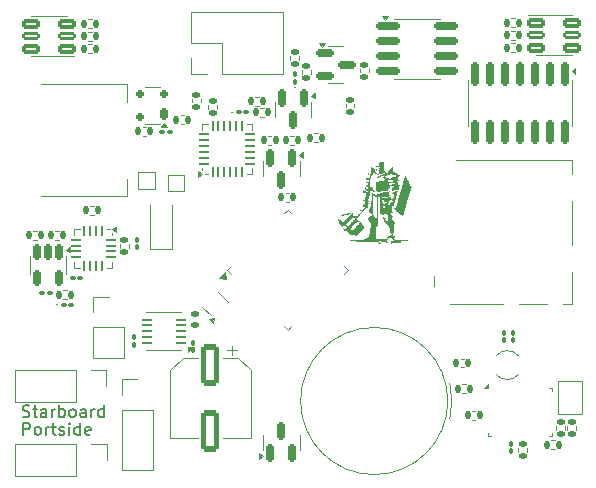
<source format=gto>
G04 #@! TF.GenerationSoftware,KiCad,Pcbnew,8.0.5*
G04 #@! TF.CreationDate,2024-11-06T19:49:11-08:00*
G04 #@! TF.ProjectId,Vanguard_new,56616e67-7561-4726-945f-6e65772e6b69,rev?*
G04 #@! TF.SameCoordinates,Original*
G04 #@! TF.FileFunction,Legend,Top*
G04 #@! TF.FilePolarity,Positive*
%FSLAX46Y46*%
G04 Gerber Fmt 4.6, Leading zero omitted, Abs format (unit mm)*
G04 Created by KiCad (PCBNEW 8.0.5) date 2024-11-06 19:49:11*
%MOMM*%
%LPD*%
G01*
G04 APERTURE LIST*
G04 Aperture macros list*
%AMRoundRect*
0 Rectangle with rounded corners*
0 $1 Rounding radius*
0 $2 $3 $4 $5 $6 $7 $8 $9 X,Y pos of 4 corners*
0 Add a 4 corners polygon primitive as box body*
4,1,4,$2,$3,$4,$5,$6,$7,$8,$9,$2,$3,0*
0 Add four circle primitives for the rounded corners*
1,1,$1+$1,$2,$3*
1,1,$1+$1,$4,$5*
1,1,$1+$1,$6,$7*
1,1,$1+$1,$8,$9*
0 Add four rect primitives between the rounded corners*
20,1,$1+$1,$2,$3,$4,$5,0*
20,1,$1+$1,$4,$5,$6,$7,0*
20,1,$1+$1,$6,$7,$8,$9,0*
20,1,$1+$1,$8,$9,$2,$3,0*%
%AMFreePoly0*
4,1,13,0.320000,0.125000,0.700000,0.125000,0.700000,-0.125000,0.320000,-0.125000,0.200000,-0.350000,-0.200000,-0.350000,-0.320000,-0.125000,-0.850000,-0.125000,-0.850000,0.125000,-0.320000,0.125000,-0.200000,0.350000,0.200000,0.350000,0.320000,0.125000,0.320000,0.125000,$1*%
G04 Aperture macros list end*
%ADD10C,0.150000*%
%ADD11C,0.100000*%
%ADD12C,0.120000*%
%ADD13C,0.000000*%
%ADD14RoundRect,0.100000X0.100000X-0.130000X0.100000X0.130000X-0.100000X0.130000X-0.100000X-0.130000X0*%
%ADD15C,0.650000*%
%ADD16O,0.650000X0.950000*%
%ADD17R,0.700000X0.300000*%
%ADD18O,1.400000X0.800000*%
%ADD19RoundRect,0.135000X-0.185000X0.135000X-0.185000X-0.135000X0.185000X-0.135000X0.185000X0.135000X0*%
%ADD20RoundRect,0.150000X-0.825000X-0.150000X0.825000X-0.150000X0.825000X0.150000X-0.825000X0.150000X0*%
%ADD21RoundRect,0.135000X0.135000X0.185000X-0.135000X0.185000X-0.135000X-0.185000X0.135000X-0.185000X0*%
%ADD22RoundRect,0.100000X-0.130000X-0.100000X0.130000X-0.100000X0.130000X0.100000X-0.130000X0.100000X0*%
%ADD23R,1.000000X1.000000*%
%ADD24RoundRect,0.135000X0.185000X-0.135000X0.185000X0.135000X-0.185000X0.135000X-0.185000X-0.135000X0*%
%ADD25RoundRect,0.135000X-0.135000X-0.185000X0.135000X-0.185000X0.135000X0.185000X-0.135000X0.185000X0*%
%ADD26RoundRect,0.075000X-0.415425X-0.521491X0.521491X0.415425X0.415425X0.521491X-0.521491X-0.415425X0*%
%ADD27RoundRect,0.075000X0.415425X-0.521491X0.521491X-0.415425X-0.415425X0.521491X-0.521491X0.415425X0*%
%ADD28R,1.700000X1.700000*%
%ADD29O,1.700000X1.700000*%
%ADD30RoundRect,0.175000X0.175000X0.325000X-0.175000X0.325000X-0.175000X-0.325000X0.175000X-0.325000X0*%
%ADD31RoundRect,0.150000X0.200000X0.150000X-0.200000X0.150000X-0.200000X-0.150000X0.200000X-0.150000X0*%
%ADD32RoundRect,0.160000X-0.565000X-0.240000X0.565000X-0.240000X0.565000X0.240000X-0.565000X0.240000X0*%
%ADD33RoundRect,0.120000X-0.605000X-0.180000X0.605000X-0.180000X0.605000X0.180000X-0.605000X0.180000X0*%
%ADD34RoundRect,0.062500X0.123744X-0.035355X-0.035355X0.123744X-0.123744X0.035355X0.035355X-0.123744X0*%
%ADD35FreePoly0,135.000000*%
%ADD36R,0.254000X0.675000*%
%ADD37R,0.675000X0.254000*%
%ADD38RoundRect,0.150000X-0.150000X0.587500X-0.150000X-0.587500X0.150000X-0.587500X0.150000X0.587500X0*%
%ADD39R,1.100000X0.850000*%
%ADD40R,1.100000X0.750000*%
%ADD41R,1.000000X1.200000*%
%ADD42R,1.350000X1.550000*%
%ADD43R,1.350000X1.900000*%
%ADD44R,1.800000X1.170000*%
%ADD45RoundRect,0.100000X-0.100000X0.130000X-0.100000X-0.130000X0.100000X-0.130000X0.100000X0.130000X0*%
%ADD46RoundRect,0.062500X-0.062500X0.350000X-0.062500X-0.350000X0.062500X-0.350000X0.062500X0.350000X0*%
%ADD47RoundRect,0.062500X-0.350000X0.062500X-0.350000X-0.062500X0.350000X-0.062500X0.350000X0.062500X0*%
%ADD48C,1.000000*%
%ADD49RoundRect,0.150000X-0.150000X0.512500X-0.150000X-0.512500X0.150000X-0.512500X0.150000X0.512500X0*%
%ADD50R,1.500000X1.000000*%
%ADD51RoundRect,0.150000X-0.150000X0.825000X-0.150000X-0.825000X0.150000X-0.825000X0.150000X0.825000X0*%
%ADD52RoundRect,0.147500X-0.172500X0.147500X-0.172500X-0.147500X0.172500X-0.147500X0.172500X0.147500X0*%
%ADD53RoundRect,0.150000X-0.587500X-0.150000X0.587500X-0.150000X0.587500X0.150000X-0.587500X0.150000X0*%
%ADD54R,1.200000X1.200000*%
%ADD55RoundRect,0.150000X0.150000X-0.587500X0.150000X0.587500X-0.150000X0.587500X-0.150000X-0.587500X0*%
%ADD56RoundRect,0.160000X0.565000X0.240000X-0.565000X0.240000X-0.565000X-0.240000X0.565000X-0.240000X0*%
%ADD57RoundRect,0.120000X0.605000X0.180000X-0.605000X0.180000X-0.605000X-0.180000X0.605000X-0.180000X0*%
%ADD58RoundRect,0.062500X0.362500X0.062500X-0.362500X0.062500X-0.362500X-0.062500X0.362500X-0.062500X0*%
%ADD59R,1.650000X2.380000*%
%ADD60RoundRect,0.062500X0.062500X-0.350000X0.062500X0.350000X-0.062500X0.350000X-0.062500X-0.350000X0*%
%ADD61RoundRect,0.062500X0.350000X-0.062500X0.350000X0.062500X-0.350000X0.062500X-0.350000X-0.062500X0*%
%ADD62R,2.600000X2.600000*%
%ADD63R,2.000000X2.000000*%
%ADD64C,2.000000*%
%ADD65RoundRect,0.100000X0.130000X0.100000X-0.130000X0.100000X-0.130000X-0.100000X0.130000X-0.100000X0*%
%ADD66RoundRect,0.250000X-0.550000X1.500000X-0.550000X-1.500000X0.550000X-1.500000X0.550000X1.500000X0*%
G04 APERTURE END LIST*
D10*
X143749160Y-128302200D02*
X143892017Y-128349819D01*
X143892017Y-128349819D02*
X144130112Y-128349819D01*
X144130112Y-128349819D02*
X144225350Y-128302200D01*
X144225350Y-128302200D02*
X144272969Y-128254580D01*
X144272969Y-128254580D02*
X144320588Y-128159342D01*
X144320588Y-128159342D02*
X144320588Y-128064104D01*
X144320588Y-128064104D02*
X144272969Y-127968866D01*
X144272969Y-127968866D02*
X144225350Y-127921247D01*
X144225350Y-127921247D02*
X144130112Y-127873628D01*
X144130112Y-127873628D02*
X143939636Y-127826009D01*
X143939636Y-127826009D02*
X143844398Y-127778390D01*
X143844398Y-127778390D02*
X143796779Y-127730771D01*
X143796779Y-127730771D02*
X143749160Y-127635533D01*
X143749160Y-127635533D02*
X143749160Y-127540295D01*
X143749160Y-127540295D02*
X143796779Y-127445057D01*
X143796779Y-127445057D02*
X143844398Y-127397438D01*
X143844398Y-127397438D02*
X143939636Y-127349819D01*
X143939636Y-127349819D02*
X144177731Y-127349819D01*
X144177731Y-127349819D02*
X144320588Y-127397438D01*
X144606303Y-127683152D02*
X144987255Y-127683152D01*
X144749160Y-127349819D02*
X144749160Y-128206961D01*
X144749160Y-128206961D02*
X144796779Y-128302200D01*
X144796779Y-128302200D02*
X144892017Y-128349819D01*
X144892017Y-128349819D02*
X144987255Y-128349819D01*
X145749160Y-128349819D02*
X145749160Y-127826009D01*
X145749160Y-127826009D02*
X145701541Y-127730771D01*
X145701541Y-127730771D02*
X145606303Y-127683152D01*
X145606303Y-127683152D02*
X145415827Y-127683152D01*
X145415827Y-127683152D02*
X145320589Y-127730771D01*
X145749160Y-128302200D02*
X145653922Y-128349819D01*
X145653922Y-128349819D02*
X145415827Y-128349819D01*
X145415827Y-128349819D02*
X145320589Y-128302200D01*
X145320589Y-128302200D02*
X145272970Y-128206961D01*
X145272970Y-128206961D02*
X145272970Y-128111723D01*
X145272970Y-128111723D02*
X145320589Y-128016485D01*
X145320589Y-128016485D02*
X145415827Y-127968866D01*
X145415827Y-127968866D02*
X145653922Y-127968866D01*
X145653922Y-127968866D02*
X145749160Y-127921247D01*
X146225351Y-128349819D02*
X146225351Y-127683152D01*
X146225351Y-127873628D02*
X146272970Y-127778390D01*
X146272970Y-127778390D02*
X146320589Y-127730771D01*
X146320589Y-127730771D02*
X146415827Y-127683152D01*
X146415827Y-127683152D02*
X146511065Y-127683152D01*
X146844399Y-128349819D02*
X146844399Y-127349819D01*
X146844399Y-127730771D02*
X146939637Y-127683152D01*
X146939637Y-127683152D02*
X147130113Y-127683152D01*
X147130113Y-127683152D02*
X147225351Y-127730771D01*
X147225351Y-127730771D02*
X147272970Y-127778390D01*
X147272970Y-127778390D02*
X147320589Y-127873628D01*
X147320589Y-127873628D02*
X147320589Y-128159342D01*
X147320589Y-128159342D02*
X147272970Y-128254580D01*
X147272970Y-128254580D02*
X147225351Y-128302200D01*
X147225351Y-128302200D02*
X147130113Y-128349819D01*
X147130113Y-128349819D02*
X146939637Y-128349819D01*
X146939637Y-128349819D02*
X146844399Y-128302200D01*
X147892018Y-128349819D02*
X147796780Y-128302200D01*
X147796780Y-128302200D02*
X147749161Y-128254580D01*
X147749161Y-128254580D02*
X147701542Y-128159342D01*
X147701542Y-128159342D02*
X147701542Y-127873628D01*
X147701542Y-127873628D02*
X147749161Y-127778390D01*
X147749161Y-127778390D02*
X147796780Y-127730771D01*
X147796780Y-127730771D02*
X147892018Y-127683152D01*
X147892018Y-127683152D02*
X148034875Y-127683152D01*
X148034875Y-127683152D02*
X148130113Y-127730771D01*
X148130113Y-127730771D02*
X148177732Y-127778390D01*
X148177732Y-127778390D02*
X148225351Y-127873628D01*
X148225351Y-127873628D02*
X148225351Y-128159342D01*
X148225351Y-128159342D02*
X148177732Y-128254580D01*
X148177732Y-128254580D02*
X148130113Y-128302200D01*
X148130113Y-128302200D02*
X148034875Y-128349819D01*
X148034875Y-128349819D02*
X147892018Y-128349819D01*
X149082494Y-128349819D02*
X149082494Y-127826009D01*
X149082494Y-127826009D02*
X149034875Y-127730771D01*
X149034875Y-127730771D02*
X148939637Y-127683152D01*
X148939637Y-127683152D02*
X148749161Y-127683152D01*
X148749161Y-127683152D02*
X148653923Y-127730771D01*
X149082494Y-128302200D02*
X148987256Y-128349819D01*
X148987256Y-128349819D02*
X148749161Y-128349819D01*
X148749161Y-128349819D02*
X148653923Y-128302200D01*
X148653923Y-128302200D02*
X148606304Y-128206961D01*
X148606304Y-128206961D02*
X148606304Y-128111723D01*
X148606304Y-128111723D02*
X148653923Y-128016485D01*
X148653923Y-128016485D02*
X148749161Y-127968866D01*
X148749161Y-127968866D02*
X148987256Y-127968866D01*
X148987256Y-127968866D02*
X149082494Y-127921247D01*
X149558685Y-128349819D02*
X149558685Y-127683152D01*
X149558685Y-127873628D02*
X149606304Y-127778390D01*
X149606304Y-127778390D02*
X149653923Y-127730771D01*
X149653923Y-127730771D02*
X149749161Y-127683152D01*
X149749161Y-127683152D02*
X149844399Y-127683152D01*
X150606304Y-128349819D02*
X150606304Y-127349819D01*
X150606304Y-128302200D02*
X150511066Y-128349819D01*
X150511066Y-128349819D02*
X150320590Y-128349819D01*
X150320590Y-128349819D02*
X150225352Y-128302200D01*
X150225352Y-128302200D02*
X150177733Y-128254580D01*
X150177733Y-128254580D02*
X150130114Y-128159342D01*
X150130114Y-128159342D02*
X150130114Y-127873628D01*
X150130114Y-127873628D02*
X150177733Y-127778390D01*
X150177733Y-127778390D02*
X150225352Y-127730771D01*
X150225352Y-127730771D02*
X150320590Y-127683152D01*
X150320590Y-127683152D02*
X150511066Y-127683152D01*
X150511066Y-127683152D02*
X150606304Y-127730771D01*
X143796779Y-129849819D02*
X143796779Y-128849819D01*
X143796779Y-128849819D02*
X144177731Y-128849819D01*
X144177731Y-128849819D02*
X144272969Y-128897438D01*
X144272969Y-128897438D02*
X144320588Y-128945057D01*
X144320588Y-128945057D02*
X144368207Y-129040295D01*
X144368207Y-129040295D02*
X144368207Y-129183152D01*
X144368207Y-129183152D02*
X144320588Y-129278390D01*
X144320588Y-129278390D02*
X144272969Y-129326009D01*
X144272969Y-129326009D02*
X144177731Y-129373628D01*
X144177731Y-129373628D02*
X143796779Y-129373628D01*
X144939636Y-129849819D02*
X144844398Y-129802200D01*
X144844398Y-129802200D02*
X144796779Y-129754580D01*
X144796779Y-129754580D02*
X144749160Y-129659342D01*
X144749160Y-129659342D02*
X144749160Y-129373628D01*
X144749160Y-129373628D02*
X144796779Y-129278390D01*
X144796779Y-129278390D02*
X144844398Y-129230771D01*
X144844398Y-129230771D02*
X144939636Y-129183152D01*
X144939636Y-129183152D02*
X145082493Y-129183152D01*
X145082493Y-129183152D02*
X145177731Y-129230771D01*
X145177731Y-129230771D02*
X145225350Y-129278390D01*
X145225350Y-129278390D02*
X145272969Y-129373628D01*
X145272969Y-129373628D02*
X145272969Y-129659342D01*
X145272969Y-129659342D02*
X145225350Y-129754580D01*
X145225350Y-129754580D02*
X145177731Y-129802200D01*
X145177731Y-129802200D02*
X145082493Y-129849819D01*
X145082493Y-129849819D02*
X144939636Y-129849819D01*
X145701541Y-129849819D02*
X145701541Y-129183152D01*
X145701541Y-129373628D02*
X145749160Y-129278390D01*
X145749160Y-129278390D02*
X145796779Y-129230771D01*
X145796779Y-129230771D02*
X145892017Y-129183152D01*
X145892017Y-129183152D02*
X145987255Y-129183152D01*
X146177732Y-129183152D02*
X146558684Y-129183152D01*
X146320589Y-128849819D02*
X146320589Y-129706961D01*
X146320589Y-129706961D02*
X146368208Y-129802200D01*
X146368208Y-129802200D02*
X146463446Y-129849819D01*
X146463446Y-129849819D02*
X146558684Y-129849819D01*
X146844399Y-129802200D02*
X146939637Y-129849819D01*
X146939637Y-129849819D02*
X147130113Y-129849819D01*
X147130113Y-129849819D02*
X147225351Y-129802200D01*
X147225351Y-129802200D02*
X147272970Y-129706961D01*
X147272970Y-129706961D02*
X147272970Y-129659342D01*
X147272970Y-129659342D02*
X147225351Y-129564104D01*
X147225351Y-129564104D02*
X147130113Y-129516485D01*
X147130113Y-129516485D02*
X146987256Y-129516485D01*
X146987256Y-129516485D02*
X146892018Y-129468866D01*
X146892018Y-129468866D02*
X146844399Y-129373628D01*
X146844399Y-129373628D02*
X146844399Y-129326009D01*
X146844399Y-129326009D02*
X146892018Y-129230771D01*
X146892018Y-129230771D02*
X146987256Y-129183152D01*
X146987256Y-129183152D02*
X147130113Y-129183152D01*
X147130113Y-129183152D02*
X147225351Y-129230771D01*
X147701542Y-129849819D02*
X147701542Y-129183152D01*
X147701542Y-128849819D02*
X147653923Y-128897438D01*
X147653923Y-128897438D02*
X147701542Y-128945057D01*
X147701542Y-128945057D02*
X147749161Y-128897438D01*
X147749161Y-128897438D02*
X147701542Y-128849819D01*
X147701542Y-128849819D02*
X147701542Y-128945057D01*
X148606303Y-129849819D02*
X148606303Y-128849819D01*
X148606303Y-129802200D02*
X148511065Y-129849819D01*
X148511065Y-129849819D02*
X148320589Y-129849819D01*
X148320589Y-129849819D02*
X148225351Y-129802200D01*
X148225351Y-129802200D02*
X148177732Y-129754580D01*
X148177732Y-129754580D02*
X148130113Y-129659342D01*
X148130113Y-129659342D02*
X148130113Y-129373628D01*
X148130113Y-129373628D02*
X148177732Y-129278390D01*
X148177732Y-129278390D02*
X148225351Y-129230771D01*
X148225351Y-129230771D02*
X148320589Y-129183152D01*
X148320589Y-129183152D02*
X148511065Y-129183152D01*
X148511065Y-129183152D02*
X148606303Y-129230771D01*
X149463446Y-129802200D02*
X149368208Y-129849819D01*
X149368208Y-129849819D02*
X149177732Y-129849819D01*
X149177732Y-129849819D02*
X149082494Y-129802200D01*
X149082494Y-129802200D02*
X149034875Y-129706961D01*
X149034875Y-129706961D02*
X149034875Y-129326009D01*
X149034875Y-129326009D02*
X149082494Y-129230771D01*
X149082494Y-129230771D02*
X149177732Y-129183152D01*
X149177732Y-129183152D02*
X149368208Y-129183152D01*
X149368208Y-129183152D02*
X149463446Y-129230771D01*
X149463446Y-129230771D02*
X149511065Y-129326009D01*
X149511065Y-129326009D02*
X149511065Y-129421247D01*
X149511065Y-129421247D02*
X149034875Y-129516485D01*
D11*
X166840000Y-100477500D02*
G75*
G02*
X166740000Y-100477500I-50000J0D01*
G01*
X166740000Y-100477500D02*
G75*
G02*
X166840000Y-100477500I50000J0D01*
G01*
D12*
X152600000Y-100167500D02*
X145340000Y-100167500D01*
X152600000Y-100167500D02*
X152600000Y-101667500D01*
X152600000Y-108167500D02*
X152600000Y-109667500D01*
X152600000Y-109667500D02*
X145340000Y-109667500D01*
X159440000Y-101953859D02*
X159440000Y-102261141D01*
X160200000Y-101953859D02*
X160200000Y-102261141D01*
X177145000Y-94625000D02*
X175195000Y-94625000D01*
X177145000Y-94625000D02*
X179095000Y-94625000D01*
X177145000Y-99745000D02*
X175195000Y-99745000D01*
X177145000Y-99745000D02*
X179095000Y-99745000D01*
X174445000Y-94720000D02*
X174205000Y-94390000D01*
X174685000Y-94390000D01*
X174445000Y-94720000D01*
G36*
X174445000Y-94720000D02*
G01*
X174205000Y-94390000D01*
X174685000Y-94390000D01*
X174445000Y-94720000D01*
G37*
X149583641Y-94680000D02*
X149276359Y-94680000D01*
X149583641Y-95440000D02*
X149276359Y-95440000D01*
D11*
X146715000Y-118832500D02*
G75*
G02*
X146615000Y-118832500I-50000J0D01*
G01*
X146615000Y-118832500D02*
G75*
G02*
X146715000Y-118832500I50000J0D01*
G01*
D12*
X153550000Y-107617500D02*
X154950000Y-107617500D01*
X153550000Y-109017500D02*
X153550000Y-107617500D01*
X154950000Y-107617500D02*
X154950000Y-109017500D01*
X154950000Y-109017500D02*
X153550000Y-109017500D01*
X172280000Y-99171141D02*
X172280000Y-98863859D01*
X173040000Y-99171141D02*
X173040000Y-98863859D01*
X188478859Y-130320000D02*
X188786141Y-130320000D01*
X188478859Y-131080000D02*
X188786141Y-131080000D01*
X144928641Y-112572500D02*
X144621359Y-112572500D01*
X144928641Y-113332500D02*
X144621359Y-113332500D01*
X164803641Y-104537500D02*
X164496359Y-104537500D01*
X164803641Y-105297500D02*
X164496359Y-105297500D01*
X161064689Y-115890000D02*
X161382887Y-116208198D01*
X161382887Y-115571802D02*
X161064689Y-115890000D01*
X165851802Y-111102887D02*
X166170000Y-110784689D01*
X166170000Y-110784689D02*
X166488198Y-111102887D01*
X166170000Y-120995311D02*
X165851802Y-120677113D01*
X166488198Y-120677113D02*
X166170000Y-120995311D01*
X170957113Y-116208198D02*
X171275311Y-115890000D01*
X171275311Y-115890000D02*
X170957113Y-115571802D01*
X160965694Y-116625391D02*
X160392938Y-116533467D01*
X160873770Y-116052635D01*
X160965694Y-116625391D01*
G36*
X160965694Y-116625391D02*
G01*
X160392938Y-116533467D01*
X160873770Y-116052635D01*
X160965694Y-116625391D01*
G37*
D11*
X161537500Y-102557500D02*
G75*
G02*
X161437500Y-102557500I-50000J0D01*
G01*
X161437500Y-102557500D02*
G75*
G02*
X161537500Y-102557500I50000J0D01*
G01*
D12*
X180966359Y-125570000D02*
X181273641Y-125570000D01*
X180966359Y-126330000D02*
X181273641Y-126330000D01*
X180826359Y-123390000D02*
X181133641Y-123390000D01*
X180826359Y-124150000D02*
X181133641Y-124150000D01*
X158035000Y-94092500D02*
X165775000Y-94092500D01*
X158035000Y-96692500D02*
X158035000Y-94092500D01*
X158035000Y-99292500D02*
X158035000Y-97962500D01*
X159365000Y-99292500D02*
X158035000Y-99292500D01*
X160635000Y-96692500D02*
X158035000Y-96692500D01*
X160635000Y-99292500D02*
X160635000Y-96692500D01*
X160635000Y-99292500D02*
X165775000Y-99292500D01*
X165775000Y-99292500D02*
X165775000Y-94092500D01*
X146818641Y-112572500D02*
X146511359Y-112572500D01*
X146818641Y-113332500D02*
X146511359Y-113332500D01*
X154070000Y-103537500D02*
X155340000Y-103537500D01*
X155370000Y-100417500D02*
X154070000Y-100417500D01*
X155960000Y-103817500D02*
X155480000Y-103817500D01*
X155720000Y-103487500D01*
X155960000Y-103817500D01*
G36*
X155960000Y-103817500D02*
G01*
X155480000Y-103817500D01*
X155720000Y-103487500D01*
X155960000Y-103817500D01*
G37*
X186565000Y-94330000D02*
X190280000Y-94330000D01*
X187230000Y-97730000D02*
X190280000Y-97730000D01*
X185418641Y-95650000D02*
X185111359Y-95650000D01*
X185418641Y-96410000D02*
X185111359Y-96410000D01*
X152130000Y-125110000D02*
X153460000Y-125110000D01*
X152130000Y-126440000D02*
X152130000Y-125110000D01*
X152130000Y-127710000D02*
X152130000Y-132850000D01*
X152130000Y-127710000D02*
X154790000Y-127710000D01*
X152130000Y-132850000D02*
X154790000Y-132850000D01*
X154790000Y-127710000D02*
X154790000Y-132850000D01*
X163721141Y-101237500D02*
X163413859Y-101237500D01*
X163721141Y-101997500D02*
X163413859Y-101997500D01*
X159655233Y-119732168D02*
X158962269Y-119039203D01*
X161097731Y-118600797D02*
X160249203Y-117752269D01*
X159850089Y-120357556D02*
X159510678Y-120018144D01*
X159913729Y-119954505D01*
X159850089Y-120357556D01*
G36*
X159850089Y-120357556D02*
G01*
X159510678Y-120018144D01*
X159913729Y-119954505D01*
X159850089Y-120357556D01*
G37*
X147191359Y-117612500D02*
X147498641Y-117612500D01*
X147191359Y-118372500D02*
X147498641Y-118372500D01*
X183132500Y-129940000D02*
X183132500Y-129680000D01*
X183132500Y-129940000D02*
X183392500Y-129940000D01*
X188552500Y-125920000D02*
X188292500Y-125920000D01*
X188552500Y-125920000D02*
X188552500Y-126180000D01*
X188552500Y-129940000D02*
X188292500Y-129940000D01*
X188552500Y-129940000D02*
X188552500Y-129680000D01*
D11*
X183132500Y-125920000D02*
X182772500Y-125920000D01*
X183132500Y-125560000D01*
X183132500Y-125920000D01*
G36*
X183132500Y-125920000D02*
G01*
X182772500Y-125920000D01*
X183132500Y-125560000D01*
X183132500Y-125920000D01*
G37*
D12*
X166410000Y-97798859D02*
X166410000Y-98106141D01*
X167170000Y-97798859D02*
X167170000Y-98106141D01*
X165072500Y-102287500D02*
X165072500Y-101637500D01*
X165072500Y-102287500D02*
X165072500Y-102937500D01*
X168192500Y-102287500D02*
X168192500Y-101637500D01*
X168192500Y-102287500D02*
X168192500Y-102937500D01*
X168472500Y-101365000D02*
X168142500Y-101125000D01*
X168472500Y-100885000D01*
X168472500Y-101365000D01*
G36*
X168472500Y-101365000D02*
G01*
X168142500Y-101125000D01*
X168472500Y-100885000D01*
X168472500Y-101365000D01*
G37*
X178590000Y-117260000D02*
X178590000Y-116400000D01*
X179960000Y-118740000D02*
X184410000Y-118740000D01*
X185810000Y-118740000D02*
X188110000Y-118740000D01*
X189510000Y-118740000D02*
X190230000Y-118740000D01*
X190230000Y-106560000D02*
X180410000Y-106560000D01*
X190230000Y-107790000D02*
X190230000Y-106560000D01*
X190230000Y-113760000D02*
X190230000Y-110090000D01*
X190230000Y-118740000D02*
X190230000Y-116060000D01*
X148120000Y-112467500D02*
X148595000Y-112467500D01*
X148120000Y-112942500D02*
X148120000Y-112467500D01*
X148120000Y-115212500D02*
X148120000Y-115687500D01*
X148120000Y-115687500D02*
X148595000Y-115687500D01*
X150865000Y-112467500D02*
X151100000Y-112467500D01*
X151340000Y-112942500D02*
X151340000Y-112767500D01*
X151340000Y-115212500D02*
X151340000Y-115687500D01*
X151340000Y-115687500D02*
X150865000Y-115687500D01*
X151670000Y-112707500D02*
X151340000Y-112467500D01*
X151670000Y-112227500D01*
X151670000Y-112707500D01*
G36*
X151670000Y-112707500D02*
G01*
X151340000Y-112467500D01*
X151670000Y-112227500D01*
X151670000Y-112707500D01*
G37*
X151955000Y-113698859D02*
X151955000Y-114006141D01*
X152715000Y-113698859D02*
X152715000Y-114006141D01*
X153896359Y-103767500D02*
X154203641Y-103767500D01*
X153896359Y-104527500D02*
X154203641Y-104527500D01*
X149583641Y-95740000D02*
X149276359Y-95740000D01*
X149583641Y-96500000D02*
X149276359Y-96500000D01*
X183832939Y-123165686D02*
G75*
G02*
X185732500Y-123166219I949561J-781814D01*
G01*
X185732500Y-124728781D02*
G75*
G02*
X183832939Y-124729314I-950000J781281D01*
G01*
X166683641Y-104527500D02*
X166376359Y-104527500D01*
X166683641Y-105287500D02*
X166376359Y-105287500D01*
X144325000Y-115472500D02*
X144325000Y-114672500D01*
X144325000Y-115472500D02*
X144325000Y-116272500D01*
X147445000Y-115472500D02*
X147445000Y-114672500D01*
X147445000Y-115472500D02*
X147445000Y-116272500D01*
X147725000Y-114412500D02*
X147395000Y-114172500D01*
X147725000Y-113932500D01*
X147725000Y-114412500D01*
G36*
X147725000Y-114412500D02*
G01*
X147395000Y-114172500D01*
X147725000Y-113932500D01*
X147725000Y-114412500D01*
G37*
X185428641Y-96700000D02*
X185121359Y-96700000D01*
X185428641Y-97460000D02*
X185121359Y-97460000D01*
X188912500Y-129146359D02*
X188912500Y-129453641D01*
X189672500Y-129146359D02*
X189672500Y-129453641D01*
X181768859Y-127810000D02*
X182076141Y-127810000D01*
X181768859Y-128570000D02*
X182076141Y-128570000D01*
D13*
G36*
X173700078Y-107271744D02*
G01*
X173705548Y-107313568D01*
X173708237Y-107376853D01*
X173708414Y-107400681D01*
X173706735Y-107469701D01*
X173702088Y-107518936D01*
X173695056Y-107543130D01*
X173692409Y-107544726D01*
X173684740Y-107529617D01*
X173679269Y-107487793D01*
X173676581Y-107424509D01*
X173676404Y-107400681D01*
X173678083Y-107331660D01*
X173682730Y-107282425D01*
X173689761Y-107258231D01*
X173692409Y-107256635D01*
X173700078Y-107271744D01*
G37*
G36*
X174003776Y-113536772D02*
G01*
X174039941Y-113550961D01*
X174075366Y-113569119D01*
X174146225Y-113606180D01*
X174099374Y-113635371D01*
X174056308Y-113663882D01*
X174020512Y-113690082D01*
X174001515Y-113702374D01*
X173981205Y-113704544D01*
X173951322Y-113694981D01*
X173903610Y-113672073D01*
X173888411Y-113664320D01*
X173788320Y-113613038D01*
X173878341Y-113571824D01*
X173934245Y-113547049D01*
X173972300Y-113535416D01*
X174003776Y-113536772D01*
G37*
G36*
X173823410Y-107277792D02*
G01*
X173830542Y-107296694D01*
X173834580Y-107334511D01*
X173836264Y-107396413D01*
X173836454Y-107440693D01*
X173834805Y-107520280D01*
X173830344Y-107574688D01*
X173823806Y-107602566D01*
X173815923Y-107602561D01*
X173807427Y-107573318D01*
X173799051Y-107513486D01*
X173798722Y-107510368D01*
X173790060Y-107409033D01*
X173788531Y-107337049D01*
X173794242Y-107292534D01*
X173807303Y-107273610D01*
X173812447Y-107272640D01*
X173823410Y-107277792D01*
G37*
G36*
X171351923Y-110740632D02*
G01*
X171381597Y-110765848D01*
X171413219Y-110795289D01*
X171463466Y-110842600D01*
X171509720Y-110885614D01*
X171543121Y-110916101D01*
X171546750Y-110919328D01*
X171568330Y-110942297D01*
X171570235Y-110953566D01*
X171568487Y-110953800D01*
X171548626Y-110943764D01*
X171513146Y-110917449D01*
X171469715Y-110880542D01*
X171469533Y-110880378D01*
X171421365Y-110834130D01*
X171378244Y-110787712D01*
X171353294Y-110756339D01*
X171342789Y-110737658D01*
X171351923Y-110740632D01*
G37*
G36*
X173066949Y-107663438D02*
G01*
X173074439Y-107705480D01*
X173082071Y-107761033D01*
X173088848Y-107821189D01*
X173093774Y-107877045D01*
X173095854Y-107919693D01*
X173094089Y-107940229D01*
X173093801Y-107940603D01*
X173083207Y-107932184D01*
X173064694Y-107901136D01*
X173044852Y-107859824D01*
X173014786Y-107788928D01*
X172998403Y-107740144D01*
X172994865Y-107707059D01*
X173003329Y-107683261D01*
X173019389Y-107665495D01*
X173045838Y-107646425D01*
X173060597Y-107643811D01*
X173066949Y-107663438D01*
G37*
G36*
X171601604Y-111049638D02*
G01*
X171602847Y-111050526D01*
X171609074Y-111064262D01*
X171602776Y-111065835D01*
X171582719Y-111075554D01*
X171548425Y-111100381D01*
X171525454Y-111119365D01*
X171496158Y-111142702D01*
X171465449Y-111161180D01*
X171426917Y-111177148D01*
X171374154Y-111192957D01*
X171300751Y-111210958D01*
X171235635Y-111225682D01*
X171183418Y-111237442D01*
X171137606Y-111247994D01*
X171131602Y-111249409D01*
X171094865Y-111257031D01*
X171037886Y-111267625D01*
X170968304Y-111279907D01*
X170893759Y-111292594D01*
X170821893Y-111304402D01*
X170760344Y-111314048D01*
X170716755Y-111320250D01*
X170700219Y-111321870D01*
X170696217Y-111312134D01*
X170714164Y-111285487D01*
X170736703Y-111260738D01*
X170776396Y-111224799D01*
X170816880Y-111202015D01*
X170870795Y-111186254D01*
X170904003Y-111179597D01*
X170981181Y-111164353D01*
X171065424Y-111146354D01*
X171115597Y-111134881D01*
X171239621Y-111106413D01*
X171351263Y-111082813D01*
X171446902Y-111064709D01*
X171522919Y-111052727D01*
X171575693Y-111047495D01*
X171601604Y-111049638D01*
G37*
G36*
X176144460Y-107930762D02*
G01*
X176146566Y-107935801D01*
X176160651Y-107960276D01*
X176190015Y-108003850D01*
X176230165Y-108060448D01*
X176276611Y-108123994D01*
X176324863Y-108188410D01*
X176370430Y-108247621D01*
X176408821Y-108295550D01*
X176433310Y-108323790D01*
X176462990Y-108359258D01*
X176474416Y-108390562D01*
X176472352Y-108433492D01*
X176470447Y-108446831D01*
X176466464Y-108496579D01*
X176475094Y-108536531D01*
X176500156Y-108583123D01*
X176503255Y-108588057D01*
X176531617Y-108636226D01*
X176566869Y-108700734D01*
X176602172Y-108769002D01*
X176608018Y-108780745D01*
X176669145Y-108904414D01*
X176523383Y-109356927D01*
X176472760Y-109514457D01*
X176429987Y-109648577D01*
X176392912Y-109766284D01*
X176359384Y-109874577D01*
X176327252Y-109980452D01*
X176294366Y-110090907D01*
X176258573Y-110212941D01*
X176229304Y-110313598D01*
X176190739Y-110446644D01*
X176159830Y-110553539D01*
X176135281Y-110638865D01*
X176115795Y-110707203D01*
X176100073Y-110763135D01*
X176086819Y-110811241D01*
X176074736Y-110856104D01*
X176062526Y-110902304D01*
X176061612Y-110905785D01*
X176043690Y-110972761D01*
X176027193Y-111032088D01*
X176014931Y-111073734D01*
X176012308Y-111081840D01*
X176003200Y-111116881D01*
X175991736Y-111172392D01*
X175980207Y-111237171D01*
X175978790Y-111245892D01*
X175968390Y-111304057D01*
X175958577Y-111347603D01*
X175951120Y-111368951D01*
X175949825Y-111369931D01*
X175933788Y-111360146D01*
X175902313Y-111335015D01*
X175876922Y-111313009D01*
X175828355Y-111271778D01*
X175768805Y-111224037D01*
X175725049Y-111190560D01*
X175681862Y-111155275D01*
X175623197Y-111102986D01*
X175574942Y-111057832D01*
X175821079Y-111057832D01*
X175829082Y-111065835D01*
X175837084Y-111057832D01*
X175829082Y-111049830D01*
X175821079Y-111057832D01*
X175574942Y-111057832D01*
X175555697Y-111039824D01*
X175486007Y-110971923D01*
X175460966Y-110946795D01*
X175395000Y-110880644D01*
X175331883Y-110818485D01*
X175277290Y-110765828D01*
X175236898Y-110728184D01*
X175225196Y-110717890D01*
X175193125Y-110687674D01*
X175176939Y-110666269D01*
X175177181Y-110660594D01*
X175197941Y-110652247D01*
X175238675Y-110637937D01*
X175239059Y-110637809D01*
X175795010Y-110637809D01*
X175796550Y-110664670D01*
X175797205Y-110665924D01*
X175821800Y-110680861D01*
X175852224Y-110673039D01*
X175864145Y-110661708D01*
X175875621Y-110636222D01*
X175891768Y-110587455D01*
X175910648Y-110522897D01*
X175930321Y-110450039D01*
X175948847Y-110376374D01*
X175964288Y-110309393D01*
X175974703Y-110256588D01*
X175978153Y-110225450D01*
X175977844Y-110222518D01*
X175968916Y-110217586D01*
X175951555Y-110238206D01*
X175927928Y-110279728D01*
X175900202Y-110337499D01*
X175870544Y-110406870D01*
X175841122Y-110483187D01*
X175814103Y-110561800D01*
X175802944Y-110597903D01*
X175795010Y-110637809D01*
X175239059Y-110637809D01*
X175271264Y-110627087D01*
X175319835Y-110609278D01*
X175346263Y-110591252D01*
X175359410Y-110564839D01*
X175364731Y-110540929D01*
X175373057Y-110505608D01*
X175388892Y-110446357D01*
X175410375Y-110369851D01*
X175435645Y-110282767D01*
X175452644Y-110225570D01*
X175485712Y-110114117D01*
X175522298Y-109988785D01*
X175558415Y-109863355D01*
X175590073Y-109751606D01*
X175596269Y-109729414D01*
X175622238Y-109636363D01*
X175625179Y-109625884D01*
X176134300Y-109625884D01*
X176134887Y-109628147D01*
X176150539Y-109636245D01*
X176169557Y-109614237D01*
X176192511Y-109561398D01*
X176196831Y-109549339D01*
X176216642Y-109488248D01*
X176242275Y-109402291D01*
X176272004Y-109297709D01*
X176304102Y-109180741D01*
X176336841Y-109057629D01*
X176368494Y-108934613D01*
X176382926Y-108876902D01*
X176402366Y-108799134D01*
X176419562Y-108731835D01*
X176432818Y-108681531D01*
X176440442Y-108654748D01*
X176441028Y-108653075D01*
X176438628Y-108635058D01*
X176432269Y-108633069D01*
X176425156Y-108635674D01*
X176417292Y-108646020D01*
X176407311Y-108667900D01*
X176393845Y-108705110D01*
X176375526Y-108761444D01*
X176350986Y-108840695D01*
X176318859Y-108946659D01*
X176316895Y-108953170D01*
X176293296Y-109030746D01*
X176270346Y-109105022D01*
X176251243Y-109165700D01*
X176242315Y-109193245D01*
X176222137Y-109257898D01*
X176200862Y-109332451D01*
X176180097Y-109410393D01*
X176161451Y-109485216D01*
X176146531Y-109550411D01*
X176136944Y-109599470D01*
X176134300Y-109625884D01*
X175625179Y-109625884D01*
X175647924Y-109544838D01*
X175670866Y-109463573D01*
X175688603Y-109401300D01*
X175693214Y-109385306D01*
X175708262Y-109333337D01*
X175729831Y-109258792D01*
X175755556Y-109169845D01*
X175783072Y-109074671D01*
X175797374Y-109025192D01*
X175828862Y-108916660D01*
X175863691Y-108797300D01*
X175898140Y-108679821D01*
X175928490Y-108576931D01*
X175935576Y-108553044D01*
X175960051Y-108470400D01*
X175982247Y-108394970D01*
X176000053Y-108333969D01*
X176011354Y-108294610D01*
X176012926Y-108288960D01*
X176024648Y-108250370D01*
X176043323Y-108193254D01*
X176065142Y-108129232D01*
X176067627Y-108122105D01*
X176087757Y-108058822D01*
X176102515Y-108001560D01*
X176109068Y-107961511D01*
X176109170Y-107958054D01*
X176115025Y-107923535D01*
X176128723Y-107913287D01*
X176144460Y-107930762D01*
G37*
G36*
X174352105Y-107157641D02*
G01*
X174344226Y-107539825D01*
X174406439Y-107550102D01*
X174459767Y-107557070D01*
X174507706Y-107560491D01*
X174512165Y-107560555D01*
X174530951Y-107560562D01*
X174542761Y-107563453D01*
X174546715Y-107573799D01*
X174541936Y-107596171D01*
X174527544Y-107635142D01*
X174502661Y-107695282D01*
X174472592Y-107766493D01*
X174444101Y-107835510D01*
X174419240Y-107898410D01*
X174401526Y-107946165D01*
X174395928Y-107963308D01*
X174390501Y-107981843D01*
X174389016Y-107996225D01*
X174395336Y-108008521D01*
X174413328Y-108020796D01*
X174446856Y-108035119D01*
X174499783Y-108053555D01*
X174575977Y-108078171D01*
X174661709Y-108105430D01*
X174870769Y-108171975D01*
X175109850Y-108056277D01*
X175191353Y-108016843D01*
X175263791Y-107981812D01*
X175321800Y-107953775D01*
X175360018Y-107935325D01*
X175371985Y-107929568D01*
X175397882Y-107909793D01*
X175393090Y-107891718D01*
X175358928Y-107877505D01*
X175337745Y-107873447D01*
X175091509Y-107827965D01*
X174966891Y-107799052D01*
X174840931Y-107768005D01*
X174766828Y-107812266D01*
X174724891Y-107835895D01*
X174670244Y-107864784D01*
X174610340Y-107895239D01*
X174552633Y-107923568D01*
X174504576Y-107946079D01*
X174473621Y-107959078D01*
X174466910Y-107960857D01*
X174471147Y-107948623D01*
X174489145Y-107916471D01*
X174517071Y-107871224D01*
X174518604Y-107868828D01*
X174576288Y-107777217D01*
X174622090Y-107700203D01*
X174662567Y-107626216D01*
X174704275Y-107543688D01*
X174712948Y-107525948D01*
X174748292Y-107458531D01*
X174778486Y-107414596D01*
X174808722Y-107387332D01*
X174826146Y-107377502D01*
X174865299Y-107353171D01*
X174915623Y-107314537D01*
X174963735Y-107272241D01*
X175006229Y-107233322D01*
X175039762Y-107204955D01*
X175057686Y-107192734D01*
X175058385Y-107192615D01*
X175062502Y-107207566D01*
X175065856Y-107248206D01*
X175068088Y-107308218D01*
X175068842Y-107376673D01*
X175068842Y-107560731D01*
X175118295Y-107560731D01*
X175174951Y-107575950D01*
X175213681Y-107604085D01*
X175233281Y-107621035D01*
X175258649Y-107639386D01*
X175293629Y-107661349D01*
X175342065Y-107689136D01*
X175407801Y-107724956D01*
X175494683Y-107771022D01*
X175597009Y-107824570D01*
X175644016Y-107849291D01*
X175678230Y-107867676D01*
X175691080Y-107875027D01*
X175683791Y-107887712D01*
X175658948Y-107916903D01*
X175621727Y-107956564D01*
X175617291Y-107961110D01*
X175560362Y-108021066D01*
X175524818Y-108066161D01*
X175508690Y-108103421D01*
X175510006Y-108139875D01*
X175526796Y-108182548D01*
X175545380Y-108217504D01*
X175571595Y-108266101D01*
X175590179Y-108302981D01*
X175597009Y-108319838D01*
X175582938Y-108325920D01*
X175548418Y-108328910D01*
X175541936Y-108328973D01*
X175502167Y-108333083D01*
X175478338Y-108343118D01*
X175477265Y-108344501D01*
X175478016Y-108366807D01*
X175489759Y-108407743D01*
X175508667Y-108457569D01*
X175530914Y-108506541D01*
X175552672Y-108544918D01*
X175559682Y-108554304D01*
X175578593Y-108582922D01*
X175570927Y-108597122D01*
X175534288Y-108601056D01*
X175532684Y-108601059D01*
X175499471Y-108603985D01*
X175490035Y-108618922D01*
X175494008Y-108645073D01*
X175505667Y-108693018D01*
X175519651Y-108716665D01*
X175545479Y-108722904D01*
X175592673Y-108718627D01*
X175595213Y-108718326D01*
X175674958Y-108708881D01*
X175610074Y-108907049D01*
X175581015Y-108998282D01*
X175545369Y-109114160D01*
X175504967Y-109248443D01*
X175461641Y-109394893D01*
X175417221Y-109547272D01*
X175373539Y-109699340D01*
X175332425Y-109844859D01*
X175295711Y-109977590D01*
X175293556Y-109985495D01*
X175269413Y-110074078D01*
X175244546Y-110165185D01*
X175222212Y-110246892D01*
X175208324Y-110297593D01*
X175190763Y-110357446D01*
X175174383Y-110406159D01*
X175162297Y-110434599D01*
X175160855Y-110436812D01*
X175137193Y-110449257D01*
X175094177Y-110458552D01*
X175071568Y-110460820D01*
X175038226Y-110462695D01*
X175016475Y-110466859D01*
X175004857Y-110478791D01*
X175001912Y-110503971D01*
X175006182Y-110547880D01*
X175016206Y-110615999D01*
X175021270Y-110649704D01*
X175041050Y-110785829D01*
X175056461Y-110898568D01*
X175067279Y-110986056D01*
X175073280Y-111046433D01*
X175074239Y-111077833D01*
X175073210Y-111081811D01*
X175060459Y-111075620D01*
X175037662Y-111050249D01*
X175031526Y-111042085D01*
X174986631Y-110983375D01*
X174950635Y-110942230D01*
X174926850Y-110922213D01*
X174919849Y-110921790D01*
X174917803Y-110940264D01*
X174918850Y-110982856D01*
X174922712Y-111041848D01*
X174925198Y-111070646D01*
X174932309Y-111139446D01*
X174940630Y-111185926D01*
X174953703Y-111219691D01*
X174975071Y-111250345D01*
X175003111Y-111281900D01*
X175068004Y-111352302D01*
X175036765Y-111421135D01*
X175017833Y-111468312D01*
X175006534Y-111506985D01*
X175005174Y-111517497D01*
X175014580Y-111538833D01*
X175039798Y-111578143D01*
X175075933Y-111628992D01*
X175118091Y-111684943D01*
X175161377Y-111739559D01*
X175200898Y-111786405D01*
X175231759Y-111819042D01*
X175239807Y-111826074D01*
X175247771Y-111839688D01*
X175248936Y-111866418D01*
X175242797Y-111911579D01*
X175228846Y-111980488D01*
X175222264Y-112010132D01*
X175195793Y-112132918D01*
X175176211Y-112238695D01*
X175162342Y-112337443D01*
X175153008Y-112439145D01*
X175147031Y-112553784D01*
X175143520Y-112677591D01*
X175137628Y-112952926D01*
X175200391Y-113016316D01*
X175235706Y-113053212D01*
X175251670Y-113077358D01*
X175251593Y-113098610D01*
X175238788Y-113126824D01*
X175238021Y-113128309D01*
X175220078Y-113180679D01*
X175213498Y-113238327D01*
X175219261Y-113287218D01*
X175225874Y-113302205D01*
X175245047Y-113308853D01*
X175293007Y-113316899D01*
X175366574Y-113326067D01*
X175462570Y-113336077D01*
X175577816Y-113346651D01*
X175709131Y-113357511D01*
X175853338Y-113368378D01*
X176007257Y-113378975D01*
X176167708Y-113389022D01*
X176309233Y-113397051D01*
X176533304Y-113409131D01*
X176349246Y-113427607D01*
X176263461Y-113435880D01*
X176157891Y-113445552D01*
X176044663Y-113455538D01*
X175935906Y-113464752D01*
X175913108Y-113466623D01*
X175827467Y-113474245D01*
X175754299Y-113481986D01*
X175698983Y-113489177D01*
X175666897Y-113495150D01*
X175661029Y-113497937D01*
X175674138Y-113512715D01*
X175706594Y-113533983D01*
X175748085Y-113556184D01*
X175788300Y-113573762D01*
X175815256Y-113581067D01*
X175826629Y-113583867D01*
X175811248Y-113587665D01*
X175774341Y-113592056D01*
X175721133Y-113596639D01*
X175656851Y-113601010D01*
X175586721Y-113604766D01*
X175515969Y-113607504D01*
X175456029Y-113608766D01*
X175316328Y-113613354D01*
X175180808Y-113625037D01*
X175033823Y-113645253D01*
X175000821Y-113650587D01*
X174976006Y-113653227D01*
X174962683Y-113645898D01*
X174956985Y-113621502D01*
X174955051Y-113572938D01*
X174954911Y-113566222D01*
X174954670Y-113491826D01*
X174957402Y-113443157D01*
X174962330Y-113423951D01*
X174978185Y-113424506D01*
X175018505Y-113428212D01*
X175075978Y-113434364D01*
X175105708Y-113437768D01*
X175186909Y-113445139D01*
X175238694Y-113444970D01*
X175260555Y-113437359D01*
X175251980Y-113422403D01*
X175236998Y-113412698D01*
X175203743Y-113388595D01*
X175158275Y-113348886D01*
X175106401Y-113299492D01*
X175053926Y-113246333D01*
X175006655Y-113195329D01*
X174970394Y-113152403D01*
X174950950Y-113123474D01*
X174949482Y-113119485D01*
X174937650Y-113090977D01*
X174927342Y-113082470D01*
X174909155Y-113090999D01*
X174871673Y-113113761D01*
X174821746Y-113146514D01*
X174800457Y-113161027D01*
X174686423Y-113239584D01*
X174652157Y-113173844D01*
X174632135Y-113133108D01*
X174626942Y-113110342D01*
X174635904Y-113095508D01*
X174646363Y-113087284D01*
X174674343Y-113070523D01*
X174687213Y-113066465D01*
X174705742Y-113058736D01*
X174744389Y-113038137D01*
X174795993Y-113008548D01*
X174816195Y-112996544D01*
X174877861Y-112961206D01*
X174922090Y-112941099D01*
X174957720Y-112933166D01*
X174993587Y-112934351D01*
X174995383Y-112934574D01*
X175057966Y-112942526D01*
X174990085Y-112872454D01*
X174936294Y-112812460D01*
X174901587Y-112759283D01*
X174879556Y-112700385D01*
X174864301Y-112626326D01*
X174842999Y-112496919D01*
X174826107Y-112395272D01*
X174812541Y-112317613D01*
X174801215Y-112260169D01*
X174791044Y-112219164D01*
X174780942Y-112190827D01*
X174769825Y-112171383D01*
X174756606Y-112157058D01*
X174740201Y-112144080D01*
X174721637Y-112130296D01*
X174681543Y-112098307D01*
X174625525Y-112051813D01*
X174561613Y-111997544D01*
X174509189Y-111952176D01*
X174364869Y-111826074D01*
X174364745Y-111717823D01*
X174361506Y-111644474D01*
X174348936Y-111589241D01*
X174322452Y-111538588D01*
X174288597Y-111492801D01*
X174264736Y-111459729D01*
X174252875Y-111437298D01*
X174252585Y-111435399D01*
X174266866Y-111432603D01*
X174304559Y-111436398D01*
X174357938Y-111445949D01*
X174365913Y-111447631D01*
X174427431Y-111462278D01*
X174461789Y-111477284D01*
X174473351Y-111498560D01*
X174466482Y-111532017D01*
X174453103Y-111565708D01*
X174457586Y-111589828D01*
X174480633Y-111627311D01*
X174516908Y-111672745D01*
X174561077Y-111720715D01*
X174607806Y-111765806D01*
X174651758Y-111802604D01*
X174687599Y-111825693D01*
X174709996Y-111829661D01*
X174711836Y-111828303D01*
X174711490Y-111810311D01*
X174703931Y-111768369D01*
X174690540Y-111709359D01*
X174678237Y-111660829D01*
X174661462Y-111591832D01*
X174649760Y-111532918D01*
X174644525Y-111491826D01*
X174645345Y-111478078D01*
X174647375Y-111453534D01*
X174646133Y-111404399D01*
X174641952Y-111337892D01*
X174635457Y-111264135D01*
X174627928Y-111185104D01*
X174621779Y-111113983D01*
X174617682Y-111058985D01*
X174616907Y-111042605D01*
X174675371Y-111042605D01*
X174676832Y-111050013D01*
X174693951Y-111063281D01*
X174712296Y-111065507D01*
X174716731Y-111059545D01*
X174704177Y-111049266D01*
X174691893Y-111043723D01*
X174675371Y-111042605D01*
X174616907Y-111042605D01*
X174616302Y-111029824D01*
X174611361Y-110997874D01*
X174600818Y-110985810D01*
X174580691Y-110996377D01*
X174550255Y-111022516D01*
X174542978Y-111029824D01*
X174488108Y-111084189D01*
X174428572Y-111139268D01*
X174369199Y-111191070D01*
X174314817Y-111235605D01*
X174270257Y-111268881D01*
X174240349Y-111286907D01*
X174230480Y-111288072D01*
X174223790Y-111270939D01*
X174210450Y-111230745D01*
X174192961Y-111175104D01*
X174186860Y-111155161D01*
X174167216Y-111096116D01*
X174148757Y-111050256D01*
X174134667Y-111025211D01*
X174131647Y-111022855D01*
X174110127Y-111030870D01*
X174083228Y-111060758D01*
X174056324Y-111104239D01*
X174034790Y-111153037D01*
X174025799Y-111185873D01*
X174021665Y-111197690D01*
X174019423Y-111180721D01*
X174019206Y-111138143D01*
X174021118Y-111073837D01*
X174022893Y-111016175D01*
X174024522Y-110936647D01*
X174025990Y-110839262D01*
X174027282Y-110728026D01*
X174028382Y-110606947D01*
X174029275Y-110480033D01*
X174029944Y-110351291D01*
X174030374Y-110224728D01*
X174030549Y-110104351D01*
X174030454Y-109994169D01*
X174030073Y-109898187D01*
X174029391Y-109820415D01*
X174028392Y-109764858D01*
X174027059Y-109735525D01*
X174026358Y-109731954D01*
X174008557Y-109730828D01*
X173968263Y-109731771D01*
X173924482Y-109733992D01*
X173828452Y-109739846D01*
X173832495Y-110564022D01*
X173833543Y-110724140D01*
X173835035Y-110875028D01*
X173836906Y-111013567D01*
X173839090Y-111136641D01*
X173841521Y-111241132D01*
X173844133Y-111323923D01*
X173846861Y-111381897D01*
X173849637Y-111411936D01*
X173850491Y-111415076D01*
X173856373Y-111451364D01*
X173851573Y-111473963D01*
X173844781Y-111508426D01*
X173840428Y-111566127D01*
X173838487Y-111638389D01*
X173838932Y-111716534D01*
X173841734Y-111791887D01*
X173846868Y-111855769D01*
X173852888Y-111893903D01*
X173859103Y-111927046D01*
X173858810Y-111956093D01*
X173849785Y-111988961D01*
X173829805Y-112033568D01*
X173796646Y-112097831D01*
X173794461Y-112101969D01*
X173761256Y-112163884D01*
X173732332Y-112216101D01*
X173711728Y-112251412D01*
X173705074Y-112261444D01*
X173696856Y-112291251D01*
X173699872Y-112312530D01*
X173701053Y-112341996D01*
X173695778Y-112398558D01*
X173684674Y-112478096D01*
X173668365Y-112576486D01*
X173647475Y-112689610D01*
X173627516Y-112789746D01*
X173618713Y-112840938D01*
X173620329Y-112875531D01*
X173634754Y-112907915D01*
X173651390Y-112933506D01*
X173671282Y-112966160D01*
X173683504Y-112998609D01*
X173689870Y-113040004D01*
X173692195Y-113099496D01*
X173692409Y-113140386D01*
X173692409Y-113286901D01*
X173760430Y-113293351D01*
X173794964Y-113295096D01*
X173856303Y-113296612D01*
X173939246Y-113297835D01*
X174038587Y-113298703D01*
X174149124Y-113299152D01*
X174240535Y-113299169D01*
X174377026Y-113299413D01*
X174483606Y-113300669D01*
X174562361Y-113303026D01*
X174615376Y-113306575D01*
X174644737Y-113311404D01*
X174652665Y-113316797D01*
X174646472Y-113341341D01*
X174630732Y-113382610D01*
X174621053Y-113404824D01*
X174597137Y-113463755D01*
X174591797Y-113502998D01*
X174607429Y-113530484D01*
X174646424Y-113554144D01*
X174669203Y-113564357D01*
X174712515Y-113584074D01*
X174739802Y-113598612D01*
X174745095Y-113603613D01*
X174728406Y-113602625D01*
X174689581Y-113595432D01*
X174644577Y-113585351D01*
X174590585Y-113574473D01*
X174514882Y-113561866D01*
X174427596Y-113549109D01*
X174340613Y-113537985D01*
X174246168Y-113526688D01*
X174177722Y-113517532D01*
X174129475Y-113509007D01*
X174095625Y-113499603D01*
X174070371Y-113487811D01*
X174047911Y-113472120D01*
X174029596Y-113457042D01*
X173982835Y-113417696D01*
X173943611Y-113456920D01*
X173925145Y-113474412D01*
X173905836Y-113489095D01*
X173882953Y-113501141D01*
X173853765Y-113510722D01*
X173815541Y-113518010D01*
X173765551Y-113523177D01*
X173701064Y-113526395D01*
X173619349Y-113527836D01*
X173517675Y-113527672D01*
X173393311Y-113526077D01*
X173243526Y-113523220D01*
X173065590Y-113519275D01*
X172984080Y-113517388D01*
X172713078Y-113510302D01*
X172473314Y-113502394D01*
X172264956Y-113493673D01*
X172088176Y-113484145D01*
X171943143Y-113473818D01*
X171883839Y-113468481D01*
X171773712Y-113457857D01*
X171661874Y-113447345D01*
X171557062Y-113437747D01*
X171468012Y-113429864D01*
X171411690Y-113425147D01*
X171251640Y-113412368D01*
X171395685Y-113401083D01*
X171453168Y-113396782D01*
X171536009Y-113390863D01*
X171637625Y-113383780D01*
X171751431Y-113375990D01*
X171870844Y-113367949D01*
X171939857Y-113363365D01*
X172114824Y-113351690D01*
X172260663Y-113341624D01*
X172380196Y-113332857D01*
X172476248Y-113325082D01*
X172551641Y-113317988D01*
X172609201Y-113311267D01*
X172651750Y-113304611D01*
X172682111Y-113297710D01*
X172703110Y-113290255D01*
X172717569Y-113281938D01*
X172722829Y-113277714D01*
X172771357Y-113241024D01*
X172841185Y-113196145D01*
X172924357Y-113147882D01*
X173012921Y-113101043D01*
X173025769Y-113094640D01*
X173064497Y-113072322D01*
X173079070Y-113052327D01*
X173076493Y-113029321D01*
X173061374Y-112974825D01*
X173060041Y-112937852D01*
X173075484Y-112905791D01*
X173110694Y-112866031D01*
X173116684Y-112859840D01*
X173183663Y-112790824D01*
X173172153Y-112568531D01*
X173167946Y-112479024D01*
X173166333Y-112416777D01*
X173167567Y-112377126D01*
X173171898Y-112355407D01*
X173179580Y-112346956D01*
X173184151Y-112346238D01*
X173194200Y-112340595D01*
X173201794Y-112320682D01*
X173207613Y-112282027D01*
X173212342Y-112220156D01*
X173216513Y-112134171D01*
X173225369Y-111922105D01*
X173171576Y-111870857D01*
X173148548Y-111842064D01*
X173116806Y-111793471D01*
X173080159Y-111732026D01*
X173042417Y-111664676D01*
X173007392Y-111598369D01*
X172978891Y-111540052D01*
X172960726Y-111496672D01*
X172956177Y-111478077D01*
X172969109Y-111467159D01*
X172978954Y-111465961D01*
X172999528Y-111456543D01*
X173039563Y-111430790D01*
X173093600Y-111392451D01*
X173156176Y-111345276D01*
X173167014Y-111336848D01*
X173230690Y-111287441D01*
X173286581Y-111244697D01*
X173329174Y-111212788D01*
X173352954Y-111195888D01*
X173354549Y-111194910D01*
X173367853Y-111178180D01*
X173404318Y-111178180D01*
X173495271Y-111302064D01*
X173571714Y-111404622D01*
X173631283Y-111481010D01*
X173674539Y-111531903D01*
X173702041Y-111557975D01*
X173710993Y-111561991D01*
X173714012Y-111546313D01*
X173716677Y-111500579D01*
X173718963Y-111426742D01*
X173720843Y-111326757D01*
X173722288Y-111202577D01*
X173723274Y-111056153D01*
X173723772Y-110889440D01*
X173723755Y-110704391D01*
X173723643Y-110644338D01*
X173723082Y-110475699D01*
X173722206Y-110316558D01*
X173721054Y-110169805D01*
X173719666Y-110038335D01*
X173718081Y-109925042D01*
X173716338Y-109832817D01*
X173714476Y-109764555D01*
X173712535Y-109723149D01*
X173710988Y-109711352D01*
X173691919Y-109697015D01*
X173652635Y-109675010D01*
X173600702Y-109648848D01*
X173543687Y-109622039D01*
X173489158Y-109598094D01*
X173444680Y-109580524D01*
X173417822Y-109572838D01*
X173413625Y-109573394D01*
X173411798Y-109590760D01*
X173410090Y-109637053D01*
X173408536Y-109709192D01*
X173407172Y-109804092D01*
X173406033Y-109918673D01*
X173405155Y-110049852D01*
X173404574Y-110194545D01*
X173404325Y-110349671D01*
X173404318Y-110380440D01*
X173404318Y-111178180D01*
X173367853Y-111178180D01*
X173369388Y-111176250D01*
X173355700Y-111157474D01*
X173316749Y-111142192D01*
X173304463Y-111139533D01*
X173261388Y-111125893D01*
X173205983Y-111101369D01*
X173168244Y-111081377D01*
X173084217Y-111033177D01*
X173084217Y-110896895D01*
X173084644Y-110831252D01*
X173086872Y-110792128D01*
X173092318Y-110774038D01*
X173102403Y-110771493D01*
X173115175Y-110777181D01*
X173147736Y-110791594D01*
X173161462Y-110784472D01*
X173164242Y-110752821D01*
X173167745Y-110710595D01*
X173176426Y-110657345D01*
X173179055Y-110644787D01*
X173187940Y-110597482D01*
X173198565Y-110530589D01*
X173209027Y-110456324D01*
X173211950Y-110433636D01*
X173219022Y-110380440D01*
X173223205Y-110348973D01*
X173237254Y-110250365D01*
X173251564Y-110155428D01*
X173255650Y-110129540D01*
X173268426Y-110046782D01*
X173280729Y-109962078D01*
X173290574Y-109889265D01*
X173293511Y-109865457D01*
X173304178Y-109794467D01*
X173319973Y-109711570D01*
X173336001Y-109640865D01*
X173351125Y-109575331D01*
X173357115Y-109530936D01*
X173354529Y-109498312D01*
X173345992Y-109472812D01*
X173331091Y-109427214D01*
X173325015Y-109389517D01*
X173326389Y-109374554D01*
X173334552Y-109368698D01*
X173354416Y-109373404D01*
X173390892Y-109390127D01*
X173448890Y-109420320D01*
X173473671Y-109433531D01*
X173541210Y-109467258D01*
X173602951Y-109493874D01*
X173650650Y-109510034D01*
X173670403Y-109513346D01*
X173701048Y-109507786D01*
X173755276Y-109492418D01*
X173826905Y-109469210D01*
X173909752Y-109440131D01*
X173966948Y-109418917D01*
X174070840Y-109380535D01*
X174157242Y-109351586D01*
X174236942Y-109329233D01*
X174320728Y-109310634D01*
X174419389Y-109292952D01*
X174486441Y-109282190D01*
X174577518Y-109267855D01*
X174658935Y-109254883D01*
X174724827Y-109244222D01*
X174769331Y-109236818D01*
X174785118Y-109233977D01*
X174801295Y-109233986D01*
X174807877Y-109247715D01*
X174806542Y-109282246D01*
X174803287Y-109310685D01*
X174793433Y-109361327D01*
X174779542Y-109399393D01*
X174771186Y-109410877D01*
X174759719Y-109426764D01*
X174762595Y-109451328D01*
X174780921Y-109493911D01*
X174781026Y-109494130D01*
X174800185Y-109536768D01*
X174811479Y-109567673D01*
X174812762Y-109574435D01*
X174821834Y-109596230D01*
X174843695Y-109628378D01*
X174844105Y-109628901D01*
X174875449Y-109668748D01*
X174688056Y-109679151D01*
X174599623Y-109684388D01*
X174509608Y-109690270D01*
X174430423Y-109695961D01*
X174387943Y-109699393D01*
X174275223Y-109709233D01*
X174253898Y-109601944D01*
X174241679Y-109545366D01*
X174231056Y-109514190D01*
X174218535Y-109502217D01*
X174200619Y-109503248D01*
X174198565Y-109503782D01*
X174160749Y-109511429D01*
X174142551Y-109513127D01*
X174128584Y-109522016D01*
X174128996Y-109552385D01*
X174131463Y-109565362D01*
X174142968Y-109626260D01*
X174156670Y-109707833D01*
X174170860Y-109798986D01*
X174183831Y-109888623D01*
X174193873Y-109965648D01*
X174196154Y-109985495D01*
X174202433Y-110034170D01*
X174212985Y-110106612D01*
X174226621Y-110195049D01*
X174242153Y-110291705D01*
X174252426Y-110353611D01*
X174268410Y-110449579D01*
X174283264Y-110540428D01*
X174295831Y-110618954D01*
X174304952Y-110677955D01*
X174308561Y-110702984D01*
X174317264Y-110750034D01*
X174328539Y-110770581D01*
X174343092Y-110771005D01*
X174380139Y-110762893D01*
X174397940Y-110761739D01*
X174421964Y-110751949D01*
X174428641Y-110720570D01*
X174425127Y-110690726D01*
X174415771Y-110638033D01*
X174402350Y-110570732D01*
X174386641Y-110497064D01*
X174370423Y-110425269D01*
X174355473Y-110363590D01*
X174343569Y-110320266D01*
X174340064Y-110309935D01*
X174344475Y-110293910D01*
X174373113Y-110277923D01*
X174387849Y-110273193D01*
X174712082Y-110273193D01*
X174713024Y-110316660D01*
X174719115Y-110344153D01*
X174732244Y-110363675D01*
X174754299Y-110383229D01*
X174756744Y-110385230D01*
X174803835Y-110417230D01*
X174833830Y-110422300D01*
X174846649Y-110400428D01*
X174846921Y-110397624D01*
X174847496Y-110363994D01*
X174846224Y-110315797D01*
X174845648Y-110303590D01*
X174846782Y-110257966D01*
X174861213Y-110228495D01*
X174895515Y-110200441D01*
X174940777Y-110167448D01*
X174993667Y-110126907D01*
X175015766Y-110109357D01*
X175082728Y-110055398D01*
X175019768Y-109992438D01*
X174980775Y-109957488D01*
X174947516Y-109934627D01*
X174932938Y-109929477D01*
X174907772Y-109938679D01*
X174868026Y-109962401D01*
X174836218Y-109985085D01*
X174792302Y-110017917D01*
X174756489Y-110043478D01*
X174741722Y-110053107D01*
X174728951Y-110074953D01*
X174719974Y-110124813D01*
X174714450Y-110204597D01*
X174714403Y-110205749D01*
X174712082Y-110273193D01*
X174387849Y-110273193D01*
X174427762Y-110260382D01*
X174483661Y-110246097D01*
X174530364Y-110236372D01*
X174553380Y-110233573D01*
X174589544Y-110224379D01*
X174613037Y-110211297D01*
X174633439Y-110190739D01*
X174627565Y-110170212D01*
X174622139Y-110163282D01*
X174602522Y-110149572D01*
X174567381Y-110141496D01*
X174510224Y-110137955D01*
X174469719Y-110137543D01*
X174338662Y-110137543D01*
X174317565Y-110053516D01*
X174298937Y-109990593D01*
X174276233Y-109928654D01*
X174266505Y-109906426D01*
X174249273Y-109858953D01*
X174255267Y-109831410D01*
X174287022Y-109819305D01*
X174316605Y-109817598D01*
X174360404Y-109813394D01*
X174411003Y-109803699D01*
X174412636Y-109803296D01*
X174501687Y-109783164D01*
X174611771Y-109761536D01*
X174732112Y-109740504D01*
X174756744Y-109736508D01*
X174816922Y-109726444D01*
X174867191Y-109717259D01*
X174896713Y-109710936D01*
X174896788Y-109710915D01*
X174912934Y-109710643D01*
X174921401Y-109725643D01*
X174924518Y-109762593D01*
X174924797Y-109791266D01*
X174928968Y-109847321D01*
X174945346Y-109887507D01*
X174979732Y-109919163D01*
X175037924Y-109949631D01*
X175056267Y-109957663D01*
X175085318Y-109968115D01*
X175102720Y-109964448D01*
X175113428Y-109941094D01*
X175122396Y-109892486D01*
X175124080Y-109881462D01*
X175131621Y-109837259D01*
X175143969Y-109770881D01*
X175159381Y-109691485D01*
X175175326Y-109612094D01*
X175190113Y-109536894D01*
X175201414Y-109473833D01*
X175208203Y-109429074D01*
X175209456Y-109408779D01*
X175209211Y-109408304D01*
X175191168Y-109407995D01*
X175155152Y-109415585D01*
X175147913Y-109417589D01*
X175096944Y-109428647D01*
X175050758Y-109433320D01*
X175050326Y-109433321D01*
X175020742Y-109429971D01*
X175014204Y-109413314D01*
X175019340Y-109389389D01*
X175035633Y-109357560D01*
X175069829Y-109333038D01*
X175107352Y-109317140D01*
X175156442Y-109296186D01*
X175194896Y-109274980D01*
X175206264Y-109266175D01*
X175234309Y-109249996D01*
X175281170Y-109233472D01*
X175312930Y-109225437D01*
X175379389Y-109207714D01*
X175438735Y-109185836D01*
X175483690Y-109163082D01*
X175506976Y-109142732D01*
X175508663Y-109137228D01*
X175494424Y-109122658D01*
X175453793Y-109116827D01*
X175391035Y-109119267D01*
X175310413Y-109129512D01*
X175216192Y-109147094D01*
X175112639Y-109171546D01*
X175056839Y-109186730D01*
X175034547Y-109190329D01*
X175024051Y-109179374D01*
X175020967Y-109146552D01*
X175020827Y-109126650D01*
X175014488Y-109071382D01*
X174998509Y-109025300D01*
X174994275Y-109018414D01*
X174979414Y-108993786D01*
X174980605Y-108975148D01*
X175001261Y-108952207D01*
X175022284Y-108933915D01*
X175070586Y-108894087D01*
X175125006Y-108851159D01*
X175140865Y-108839063D01*
X175177582Y-108809901D01*
X175200740Y-108788657D01*
X175204885Y-108782657D01*
X175190071Y-108778792D01*
X175150389Y-108775266D01*
X175092983Y-108772618D01*
X175060840Y-108771809D01*
X174994142Y-108769750D01*
X174938496Y-108766549D01*
X174902534Y-108762764D01*
X174895299Y-108761106D01*
X174880366Y-108759534D01*
X174866386Y-108771205D01*
X174848921Y-108801846D01*
X174827110Y-108849137D01*
X174804656Y-108893112D01*
X174774343Y-108945031D01*
X174764118Y-108961172D01*
X174733093Y-109014017D01*
X174706581Y-109067573D01*
X174700928Y-109081210D01*
X174683186Y-109122956D01*
X174667768Y-109152373D01*
X174666004Y-109154909D01*
X174645433Y-109163768D01*
X174600161Y-109173985D01*
X174537377Y-109184153D01*
X174480627Y-109191172D01*
X174336378Y-109207579D01*
X174211615Y-109223453D01*
X174109977Y-109238286D01*
X174035101Y-109251571D01*
X174012510Y-109256566D01*
X173906614Y-109280304D01*
X173823560Y-109294907D01*
X173764944Y-109300329D01*
X173732361Y-109296522D01*
X173727407Y-109283436D01*
X173746732Y-109264527D01*
X173772921Y-109242965D01*
X173813878Y-109206654D01*
X173861270Y-109163003D01*
X173866804Y-109157802D01*
X173974684Y-109057956D01*
X174076091Y-108967495D01*
X174154641Y-108900495D01*
X174185298Y-108871732D01*
X174199852Y-108851157D01*
X174199499Y-108846733D01*
X174184736Y-108847176D01*
X174154408Y-108864436D01*
X174106832Y-108899794D01*
X174040330Y-108954528D01*
X173953220Y-109029919D01*
X173917306Y-109061642D01*
X173839495Y-109130587D01*
X173782437Y-109179830D01*
X173742721Y-109210661D01*
X173716934Y-109224371D01*
X173701663Y-109222251D01*
X173693498Y-109205590D01*
X173689025Y-109175680D01*
X173686405Y-109148970D01*
X173682837Y-109102453D01*
X173678670Y-109031331D01*
X173674278Y-108942993D01*
X173670034Y-108844830D01*
X173667106Y-108767311D01*
X173658206Y-108514697D01*
X174780752Y-108514697D01*
X174784137Y-108547526D01*
X174792690Y-108593471D01*
X174804008Y-108642523D01*
X174815685Y-108684673D01*
X174825319Y-108709915D01*
X174828405Y-108713092D01*
X174846547Y-108708681D01*
X174887487Y-108696948D01*
X174943478Y-108680133D01*
X174963179Y-108674085D01*
X175032334Y-108654005D01*
X175098810Y-108636816D01*
X175149714Y-108625819D01*
X175155240Y-108624903D01*
X175218308Y-108614131D01*
X175254301Y-108604646D01*
X175267969Y-108594333D01*
X175264065Y-108581076D01*
X175261387Y-108577634D01*
X175241942Y-108562835D01*
X175207695Y-108550462D01*
X175154098Y-108539536D01*
X175076605Y-108529077D01*
X174996820Y-108520630D01*
X174927931Y-108513097D01*
X174867778Y-108505148D01*
X174826033Y-108498112D01*
X174816763Y-108495883D01*
X174789090Y-108493163D01*
X174780816Y-108511289D01*
X174780752Y-108514697D01*
X173658206Y-108514697D01*
X173656893Y-108477420D01*
X173694657Y-108468330D01*
X173736634Y-108457514D01*
X173786335Y-108443828D01*
X173788439Y-108443227D01*
X174016365Y-108381553D01*
X174225984Y-108331871D01*
X174256586Y-108325320D01*
X174322483Y-108309742D01*
X174374575Y-108294195D01*
X174406204Y-108280853D01*
X174412636Y-108274355D01*
X174405314Y-108255557D01*
X174685481Y-108255557D01*
X174691258Y-108295132D01*
X174709809Y-108359615D01*
X174718106Y-108385605D01*
X174738477Y-108443133D01*
X174758226Y-108474072D01*
X174785321Y-108482672D01*
X174827729Y-108473179D01*
X174860777Y-108461674D01*
X174892335Y-108452382D01*
X174936814Y-108441444D01*
X174940802Y-108440549D01*
X174988236Y-108429152D01*
X175049755Y-108413292D01*
X175089629Y-108402541D01*
X175146972Y-108388533D01*
X175197354Y-108379251D01*
X175221671Y-108376988D01*
X175251382Y-108371931D01*
X175260903Y-108362488D01*
X175245899Y-108346420D01*
X175204623Y-108328920D01*
X175142678Y-108311488D01*
X175065667Y-108295624D01*
X174979193Y-108282830D01*
X174952096Y-108279799D01*
X174879939Y-108271234D01*
X174815945Y-108261632D01*
X174769466Y-108252485D01*
X174754992Y-108248282D01*
X174716327Y-108235930D01*
X174693497Y-108237089D01*
X174685481Y-108255557D01*
X174405314Y-108255557D01*
X174404267Y-108252869D01*
X174382248Y-108213371D01*
X174351213Y-108164129D01*
X174348854Y-108160576D01*
X174311055Y-108097272D01*
X174294435Y-108046687D01*
X174297962Y-107998488D01*
X174320605Y-107942343D01*
X174326018Y-107931770D01*
X174342760Y-107886818D01*
X174348517Y-107850342D01*
X174346495Y-107823777D01*
X174334813Y-107825120D01*
X174319346Y-107838339D01*
X174292429Y-107858745D01*
X174278082Y-107864827D01*
X174260564Y-107871694D01*
X174219318Y-107890757D01*
X174159153Y-107919706D01*
X174084877Y-107956230D01*
X174011258Y-107993006D01*
X173756429Y-108121185D01*
X173756429Y-108050822D01*
X173756429Y-107980460D01*
X173888471Y-107929056D01*
X174018695Y-107879375D01*
X174129237Y-107839304D01*
X174217692Y-107809648D01*
X174281656Y-107791212D01*
X174318726Y-107784802D01*
X174318953Y-107784802D01*
X174347306Y-107772913D01*
X174379989Y-107744949D01*
X174405375Y-107712456D01*
X174412636Y-107691741D01*
X174399448Y-107675714D01*
X174384357Y-107672766D01*
X174359206Y-107677859D01*
X174308621Y-107692126D01*
X174237342Y-107714049D01*
X174150107Y-107742112D01*
X174051654Y-107774796D01*
X173946722Y-107810583D01*
X173865985Y-107838773D01*
X173791483Y-107865063D01*
X173666475Y-107791156D01*
X173602643Y-107752866D01*
X173542446Y-107715807D01*
X173496258Y-107686396D01*
X173486224Y-107679710D01*
X173449021Y-107658194D01*
X173422405Y-107649531D01*
X173417649Y-107650411D01*
X173407153Y-107672243D01*
X173404816Y-107708834D01*
X173410251Y-107744097D01*
X173420323Y-107760794D01*
X173431278Y-107782227D01*
X173435633Y-107820340D01*
X173435620Y-107821757D01*
X173434911Y-107872829D01*
X173399608Y-107812967D01*
X173376018Y-107776432D01*
X173358324Y-107755151D01*
X173354422Y-107752948D01*
X173345157Y-107766934D01*
X173329184Y-107804282D01*
X173309471Y-107857839D01*
X173302993Y-107876831D01*
X173259524Y-108002472D01*
X173211217Y-108135362D01*
X173165977Y-108253946D01*
X173158076Y-108290439D01*
X173156153Y-108347443D01*
X173160171Y-108429389D01*
X173164123Y-108478017D01*
X173170914Y-108565965D01*
X173176281Y-108656800D01*
X173179505Y-108737170D01*
X173180111Y-108774848D01*
X173180247Y-108892620D01*
X173220473Y-108882524D01*
X173238284Y-108881529D01*
X173259161Y-108888817D01*
X173285751Y-108906878D01*
X173320703Y-108938200D01*
X173366663Y-108985271D01*
X173426281Y-109050581D01*
X173502203Y-109136618D01*
X173553415Y-109195456D01*
X173659483Y-109317705D01*
X173491888Y-109260295D01*
X173424498Y-109235588D01*
X173370051Y-109212538D01*
X173334709Y-109193958D01*
X173324293Y-109183773D01*
X173310933Y-109160831D01*
X173270863Y-109155514D01*
X173210902Y-109166066D01*
X173167899Y-109177107D01*
X173140596Y-109184510D01*
X173136194Y-109185929D01*
X173135898Y-109201610D01*
X173138519Y-109241833D01*
X173143534Y-109299313D01*
X173146494Y-109329477D01*
X173152372Y-109428757D01*
X173145647Y-109505463D01*
X173124184Y-109567269D01*
X173085845Y-109621853D01*
X173056846Y-109651525D01*
X172996473Y-109708464D01*
X173032342Y-109737510D01*
X173058362Y-109763092D01*
X173068212Y-109780955D01*
X173061556Y-109801254D01*
X173043909Y-109842140D01*
X173018754Y-109895651D01*
X173012195Y-109909064D01*
X172985851Y-109963866D01*
X172966163Y-110007354D01*
X172956587Y-110031818D01*
X172956177Y-110034008D01*
X172969577Y-110039707D01*
X172997543Y-110037336D01*
X173026669Y-110035055D01*
X173032789Y-110048744D01*
X173029545Y-110063479D01*
X173011930Y-110139709D01*
X173008611Y-110190217D01*
X173019564Y-110217910D01*
X173028333Y-110223407D01*
X173046181Y-110238369D01*
X173039786Y-110253769D01*
X173026261Y-110283838D01*
X173011153Y-110339498D01*
X172995837Y-110414467D01*
X172981689Y-110502460D01*
X172975982Y-110545336D01*
X172964076Y-110641032D01*
X172880170Y-110657372D01*
X172844792Y-110665333D01*
X172815810Y-110676380D01*
X172787772Y-110694853D01*
X172755225Y-110725093D01*
X172712718Y-110771443D01*
X172658651Y-110833762D01*
X172570734Y-110935870D01*
X172493562Y-111025218D01*
X172429371Y-111099229D01*
X172380396Y-111155329D01*
X172348874Y-111190943D01*
X172340422Y-111200194D01*
X172320443Y-111223018D01*
X172290141Y-111259217D01*
X172278096Y-111273900D01*
X172240725Y-111318228D01*
X172194384Y-111371205D01*
X172166162Y-111402598D01*
X172122757Y-111450345D01*
X172081674Y-111495754D01*
X172060841Y-111518917D01*
X172021774Y-111562556D01*
X172092851Y-111636169D01*
X172141653Y-111680963D01*
X172193209Y-111719521D01*
X172224922Y-111737791D01*
X172285916Y-111765800D01*
X172216919Y-111793171D01*
X172171609Y-111812421D01*
X172108209Y-111840986D01*
X172037347Y-111874035D01*
X172003877Y-111890036D01*
X171937251Y-111921758D01*
X171876996Y-111949694D01*
X171831876Y-111969817D01*
X171816622Y-111976119D01*
X171776810Y-112006383D01*
X171738446Y-112066795D01*
X171733259Y-112077444D01*
X171703395Y-112128431D01*
X171658629Y-112190824D01*
X171606999Y-112253706D01*
X171588414Y-112274216D01*
X171533830Y-112336918D01*
X171497909Y-112387471D01*
X171482174Y-112423105D01*
X171488151Y-112441049D01*
X171495717Y-112442640D01*
X171513508Y-112452740D01*
X171545968Y-112478192D01*
X171569507Y-112498657D01*
X171620156Y-112538177D01*
X171659035Y-112551855D01*
X171692111Y-112540500D01*
X171714835Y-112518292D01*
X171756006Y-112470234D01*
X171811363Y-112407072D01*
X171874015Y-112336517D01*
X171937073Y-112266282D01*
X171993650Y-112204076D01*
X172036855Y-112157611D01*
X172040127Y-112154178D01*
X172078323Y-112112818D01*
X172130027Y-112054920D01*
X172188174Y-111988470D01*
X172240486Y-111927595D01*
X172290168Y-111871084D01*
X172332230Y-111826784D01*
X172362662Y-111798664D01*
X172377451Y-111790690D01*
X172378098Y-111791552D01*
X172388318Y-111812249D01*
X172411274Y-111853984D01*
X172443344Y-111910281D01*
X172473517Y-111962117D01*
X172516913Y-112036757D01*
X172560554Y-112113101D01*
X172598006Y-112179840D01*
X172614431Y-112209826D01*
X172666030Y-112305487D01*
X172583032Y-112394505D01*
X172527935Y-112453979D01*
X172465593Y-112521843D01*
X172413563Y-112578932D01*
X172360642Y-112636718D01*
X172297284Y-112705013D01*
X172235201Y-112771214D01*
X172220855Y-112786377D01*
X172169102Y-112842042D01*
X172121080Y-112895591D01*
X172084419Y-112938445D01*
X172074010Y-112951496D01*
X172033403Y-113004581D01*
X171770562Y-112960818D01*
X171507721Y-112917056D01*
X171399842Y-112819706D01*
X171351904Y-112774001D01*
X171314750Y-112733928D01*
X171293897Y-112705657D01*
X171291299Y-112698349D01*
X171276044Y-112655646D01*
X171240219Y-112621395D01*
X171198935Y-112606982D01*
X171148171Y-112601803D01*
X171090480Y-112594074D01*
X171035081Y-112585282D01*
X170991194Y-112576914D01*
X170968038Y-112570458D01*
X170966706Y-112569526D01*
X170952795Y-112546119D01*
X170933561Y-112506024D01*
X170912507Y-112457720D01*
X170893137Y-112409686D01*
X170878955Y-112370400D01*
X170873465Y-112348341D01*
X170874428Y-112346238D01*
X170894998Y-112352462D01*
X170935129Y-112368639D01*
X170977498Y-112387368D01*
X171044040Y-112412861D01*
X171091470Y-112417537D01*
X171125481Y-112400815D01*
X171147749Y-112369981D01*
X171166794Y-112341083D01*
X171180380Y-112330233D01*
X171194310Y-112316900D01*
X171209808Y-112286053D01*
X171221483Y-112251422D01*
X171223941Y-112226738D01*
X171222296Y-112223531D01*
X171203484Y-112215954D01*
X171160691Y-112203387D01*
X171101161Y-112187869D01*
X171059494Y-112177770D01*
X170983971Y-112160856D01*
X170932565Y-112153270D01*
X170898439Y-112156178D01*
X170874758Y-112170743D01*
X170854687Y-112198131D01*
X170845405Y-112214246D01*
X170834540Y-112225601D01*
X170817552Y-112223007D01*
X170788588Y-112203764D01*
X170745020Y-112167918D01*
X170699090Y-112130411D01*
X170660529Y-112101731D01*
X170637598Y-112088017D01*
X170637442Y-112087965D01*
X170625356Y-112071059D01*
X170618870Y-112057007D01*
X171093826Y-112057007D01*
X171132720Y-112087808D01*
X171171441Y-112120207D01*
X171214144Y-112158260D01*
X171218370Y-112162177D01*
X171265125Y-112205745D01*
X171346410Y-112119265D01*
X171389638Y-112072890D01*
X171446850Y-112010976D01*
X171510524Y-111941687D01*
X171571741Y-111874719D01*
X171626433Y-111814739D01*
X171674143Y-111762483D01*
X171710308Y-111722942D01*
X171730368Y-111701107D01*
X171732011Y-111699341D01*
X171793754Y-111631353D01*
X171849842Y-111565697D01*
X171896871Y-111506775D01*
X171931440Y-111458990D01*
X171950144Y-111426746D01*
X171951576Y-111415260D01*
X171927091Y-111412203D01*
X171878060Y-111425010D01*
X171807138Y-111452675D01*
X171716980Y-111494193D01*
X171637457Y-111534273D01*
X171565054Y-111575038D01*
X171510816Y-111615003D01*
X171462726Y-111664030D01*
X171429392Y-111705018D01*
X171381089Y-111763128D01*
X171319188Y-111832020D01*
X171253637Y-111900794D01*
X171220748Y-111933538D01*
X171093826Y-112057007D01*
X170618870Y-112057007D01*
X170605841Y-112028780D01*
X170580990Y-111966318D01*
X170552901Y-111888861D01*
X170531414Y-111825406D01*
X170502546Y-111738122D01*
X170476320Y-111659719D01*
X170454711Y-111596030D01*
X170439694Y-111552888D01*
X170434188Y-111538104D01*
X170430856Y-111522841D01*
X170443232Y-111525914D01*
X170475055Y-111548645D01*
X170484198Y-111555756D01*
X170541866Y-111598724D01*
X170609626Y-111645769D01*
X170681752Y-111693320D01*
X170752515Y-111737804D01*
X170816186Y-111775649D01*
X170867037Y-111803283D01*
X170899339Y-111817134D01*
X170904846Y-111818072D01*
X170931505Y-111805539D01*
X170974615Y-111769416D01*
X171031684Y-111711912D01*
X171062374Y-111678400D01*
X171128305Y-111605536D01*
X171204914Y-111521883D01*
X171280810Y-111439839D01*
X171323663Y-111393992D01*
X171391940Y-111320575D01*
X171459740Y-111246290D01*
X171522975Y-111175752D01*
X171577560Y-111113576D01*
X171619407Y-111064379D01*
X171644429Y-111032775D01*
X171647520Y-111028254D01*
X171658938Y-111020297D01*
X171661251Y-111025822D01*
X171664941Y-111048981D01*
X171672608Y-111093517D01*
X171681502Y-111143682D01*
X171693693Y-111201635D01*
X171708739Y-111239159D01*
X171733087Y-111267634D01*
X171766492Y-111293640D01*
X171807335Y-111321369D01*
X171837832Y-111333040D01*
X171872593Y-111331456D01*
X171914971Y-111322126D01*
X171974320Y-111312510D01*
X172031008Y-111310618D01*
X172051743Y-111312829D01*
X172084466Y-111317028D01*
X172105950Y-111310009D01*
X172124984Y-111285571D01*
X172145785Y-111246508D01*
X172177083Y-111196867D01*
X172212976Y-111156433D01*
X172230394Y-111143132D01*
X172264427Y-111118967D01*
X172308939Y-111081780D01*
X172357828Y-111037425D01*
X172404996Y-110991759D01*
X172444341Y-110950637D01*
X172469763Y-110919915D01*
X172476026Y-110907343D01*
X172464740Y-110893319D01*
X172429209Y-110891856D01*
X172366918Y-110902894D01*
X172359989Y-110904481D01*
X172318158Y-110912110D01*
X172303197Y-110907164D01*
X172314100Y-110886630D01*
X172343264Y-110854344D01*
X172393816Y-110817717D01*
X172468646Y-110785279D01*
X172493957Y-110777171D01*
X172556403Y-110755838D01*
X172603059Y-110730813D01*
X172646712Y-110693895D01*
X172682736Y-110656143D01*
X172728739Y-110604019D01*
X172754087Y-110568642D01*
X172760904Y-110544268D01*
X172751315Y-110525157D01*
X172736108Y-110511933D01*
X172692476Y-110491704D01*
X172656343Y-110502280D01*
X172639790Y-110521664D01*
X172615913Y-110549298D01*
X172595281Y-110546198D01*
X172574605Y-110512865D01*
X172565356Y-110481895D01*
X172571051Y-110450527D01*
X172592043Y-110408955D01*
X172619499Y-110364941D01*
X172637615Y-110348574D01*
X172650018Y-110358234D01*
X172657290Y-110379804D01*
X172668452Y-110402602D01*
X172691918Y-110407653D01*
X172718009Y-110403645D01*
X172755510Y-110394589D01*
X172776364Y-110386641D01*
X172776861Y-110386213D01*
X172777023Y-110368320D01*
X172770916Y-110327629D01*
X172759823Y-110272450D01*
X172758022Y-110264379D01*
X172744939Y-110199134D01*
X172735624Y-110138721D01*
X172732106Y-110096511D01*
X172727294Y-110052407D01*
X172710018Y-110034673D01*
X172676023Y-110041464D01*
X172643228Y-110057995D01*
X172606155Y-110077298D01*
X172583099Y-110086430D01*
X172580045Y-110086310D01*
X172574124Y-110069000D01*
X172565505Y-110033445D01*
X172564855Y-110030434D01*
X172559921Y-109996988D01*
X172569394Y-109980275D01*
X172600818Y-109970947D01*
X172615001Y-109968309D01*
X172674017Y-109954758D01*
X172708871Y-109935514D01*
X172727337Y-109902749D01*
X172737194Y-109848641D01*
X172737639Y-109844904D01*
X172746739Y-109789403D01*
X172762872Y-109712029D01*
X172783965Y-109621598D01*
X172807945Y-109526924D01*
X172832739Y-109436822D01*
X172837261Y-109421317D01*
X172841105Y-109402994D01*
X172835118Y-109392255D01*
X172813168Y-109387077D01*
X172769127Y-109385435D01*
X172728200Y-109385306D01*
X172608525Y-109385306D01*
X172598703Y-109309282D01*
X172590408Y-109254731D01*
X172581180Y-109207588D01*
X172577990Y-109194907D01*
X172573643Y-109167482D01*
X172588587Y-109161983D01*
X172605589Y-109165076D01*
X172637647Y-109174474D01*
X172690189Y-109192251D01*
X172753861Y-109215194D01*
X172780121Y-109225011D01*
X172844000Y-109248909D01*
X172898781Y-109268960D01*
X172935880Y-109282040D01*
X172944173Y-109284718D01*
X172967152Y-109283227D01*
X172971897Y-109265847D01*
X172959654Y-109242087D01*
X172936171Y-109223639D01*
X172905668Y-109203823D01*
X172861068Y-109170313D01*
X172814686Y-109132574D01*
X172729214Y-109060258D01*
X172741011Y-108986708D01*
X172747921Y-108936020D01*
X172751389Y-108895263D01*
X172751455Y-108885148D01*
X172756337Y-108860398D01*
X172773104Y-108863915D01*
X172796594Y-108891376D01*
X172846602Y-108958654D01*
X172887215Y-108999301D01*
X172922286Y-109015829D01*
X172955664Y-109010747D01*
X172968767Y-109003634D01*
X172976658Y-108981293D01*
X172967824Y-108940945D01*
X172945482Y-108889617D01*
X172912855Y-108834337D01*
X172873163Y-108782134D01*
X172861304Y-108769112D01*
X172828975Y-108730210D01*
X172802641Y-108689919D01*
X172786346Y-108655854D01*
X172784138Y-108635628D01*
X172789022Y-108633069D01*
X172805948Y-108638229D01*
X172843887Y-108651622D01*
X172884658Y-108666642D01*
X172932625Y-108683546D01*
X172966509Y-108693514D01*
X172977829Y-108694651D01*
X172987845Y-108670651D01*
X173001091Y-108630644D01*
X173013222Y-108588860D01*
X173019892Y-108559527D01*
X173020197Y-108555908D01*
X173006616Y-108541344D01*
X172983089Y-108537038D01*
X172946677Y-108532532D01*
X172894482Y-108521020D01*
X172862246Y-108512172D01*
X172814283Y-108496396D01*
X172791073Y-108482661D01*
X172786208Y-108465692D01*
X172789306Y-108452153D01*
X172798927Y-108423200D01*
X172803153Y-108413296D01*
X172818478Y-108416307D01*
X172855024Y-108427916D01*
X172892968Y-108441305D01*
X172953515Y-108462235D01*
X172991359Y-108470105D01*
X173013445Y-108463913D01*
X173026723Y-108442655D01*
X173033714Y-108421002D01*
X173047675Y-108376071D01*
X173060162Y-108341039D01*
X173060171Y-108341016D01*
X173062620Y-108320272D01*
X173041227Y-108315188D01*
X173033898Y-108315537D01*
X172994036Y-108312716D01*
X172943226Y-108302585D01*
X172932169Y-108299582D01*
X172872865Y-108287138D01*
X172812669Y-108281141D01*
X172806418Y-108281047D01*
X172767024Y-108278819D01*
X172752693Y-108269787D01*
X172755522Y-108252949D01*
X172774077Y-108190606D01*
X172772306Y-108141879D01*
X172748986Y-108094695D01*
X172737927Y-108079457D01*
X172692225Y-108019538D01*
X172732172Y-108040811D01*
X172769877Y-108064328D01*
X172815831Y-108097399D01*
X172830357Y-108108748D01*
X172870022Y-108136981D01*
X172897177Y-108145132D01*
X172918385Y-108138138D01*
X172947643Y-108123209D01*
X172995976Y-108100528D01*
X173053034Y-108074951D01*
X173054245Y-108074420D01*
X173160316Y-108027978D01*
X173168559Y-107926396D01*
X173174911Y-107868616D01*
X173185755Y-107790511D01*
X173199463Y-107703174D01*
X173211643Y-107632754D01*
X173230347Y-107525288D01*
X173247022Y-107421191D01*
X173260709Y-107327138D01*
X173270448Y-107249802D01*
X173275279Y-107195860D01*
X173275575Y-107188327D01*
X173281255Y-107178887D01*
X173300051Y-107182829D01*
X173335752Y-107201906D01*
X173392147Y-107237874D01*
X173413858Y-107252347D01*
X173551438Y-107344663D01*
X173544641Y-107479108D01*
X173537844Y-107613553D01*
X173719372Y-107699177D01*
X173790627Y-107731929D01*
X173852762Y-107758896D01*
X173899360Y-107777403D01*
X173924002Y-107784772D01*
X173924694Y-107784802D01*
X173933438Y-107780567D01*
X173939798Y-107765101D01*
X173944128Y-107734257D01*
X173946783Y-107683889D01*
X173948119Y-107609852D01*
X173948489Y-107507999D01*
X173948489Y-107506778D01*
X173948489Y-107228754D01*
X174092535Y-107217485D01*
X174161122Y-107211473D01*
X174203773Y-107205286D01*
X174226519Y-107197092D01*
X174235393Y-107185057D01*
X174236580Y-107173696D01*
X174230892Y-107150788D01*
X174209342Y-107153886D01*
X174208571Y-107154242D01*
X174181780Y-107159673D01*
X174130298Y-107164616D01*
X174061440Y-107168853D01*
X173982526Y-107172164D01*
X173900872Y-107174329D01*
X173823795Y-107175129D01*
X173758612Y-107174343D01*
X173712642Y-107171754D01*
X173698454Y-107169546D01*
X173666870Y-107149733D01*
X173660399Y-107128290D01*
X173662876Y-107113221D01*
X173674364Y-107103857D01*
X173700948Y-107098858D01*
X173748714Y-107096885D01*
X173804444Y-107096585D01*
X173948489Y-107096585D01*
X173948489Y-106952037D01*
X173950212Y-106874377D01*
X173955629Y-106825725D01*
X173965116Y-106803255D01*
X173968496Y-106801287D01*
X173991718Y-106798021D01*
X174039702Y-106793829D01*
X174105235Y-106789272D01*
X174174243Y-106785270D01*
X174359985Y-106775456D01*
X174352105Y-107157641D01*
G37*
D12*
X189082500Y-125320000D02*
X191082500Y-125320000D01*
X189082500Y-128120000D02*
X189082500Y-125320000D01*
X191082500Y-125320000D02*
X191082500Y-128120000D01*
X191082500Y-128120000D02*
X189082500Y-128120000D01*
X181410000Y-101767500D02*
X181410000Y-99817500D01*
X181410000Y-101767500D02*
X181410000Y-103717500D01*
X190280000Y-101767500D02*
X190280000Y-99817500D01*
X190280000Y-101767500D02*
X190280000Y-103717500D01*
X190545000Y-99307500D02*
X190215000Y-99067500D01*
X190545000Y-98827500D01*
X190545000Y-99307500D01*
G36*
X190545000Y-99307500D02*
G01*
X190215000Y-99067500D01*
X190545000Y-98827500D01*
X190545000Y-99307500D01*
G37*
X170250000Y-96945000D02*
X169600000Y-96945000D01*
X170250000Y-96945000D02*
X170900000Y-96945000D01*
X170250000Y-100065000D02*
X169600000Y-100065000D01*
X170250000Y-100065000D02*
X170900000Y-100065000D01*
X169087500Y-96995000D02*
X168847500Y-96665000D01*
X169327500Y-96665000D01*
X169087500Y-96995000D01*
G36*
X169087500Y-96995000D02*
G01*
X168847500Y-96665000D01*
X169327500Y-96665000D01*
X169087500Y-96995000D01*
G37*
X164143641Y-102177500D02*
X163836359Y-102177500D01*
X164143641Y-102937500D02*
X163836359Y-102937500D01*
X168753641Y-104327500D02*
X168446359Y-104327500D01*
X168753641Y-105087500D02*
X168446359Y-105087500D01*
X167390000Y-98973859D02*
X167390000Y-99281141D01*
X168150000Y-98973859D02*
X168150000Y-99281141D01*
X166313641Y-109357500D02*
X166006359Y-109357500D01*
X166313641Y-110117500D02*
X166006359Y-110117500D01*
X149707500Y-118150000D02*
X151037500Y-118150000D01*
X149707500Y-119480000D02*
X149707500Y-118150000D01*
X149707500Y-120750000D02*
X149707500Y-123350000D01*
X149707500Y-120750000D02*
X152367500Y-120750000D01*
X149707500Y-123350000D02*
X152367500Y-123350000D01*
X152367500Y-120750000D02*
X152367500Y-123350000D01*
X154510000Y-114080000D02*
X154510000Y-110420000D01*
X154510000Y-114080000D02*
X156410000Y-114080000D01*
X156410000Y-114080000D02*
X156410000Y-110420000D01*
X164070000Y-107315000D02*
X164070000Y-106665000D01*
X164070000Y-107315000D02*
X164070000Y-107965000D01*
X167190000Y-107315000D02*
X167190000Y-106665000D01*
X167190000Y-107315000D02*
X167190000Y-107965000D01*
X167470000Y-106392500D02*
X167140000Y-106152500D01*
X167470000Y-105912500D01*
X167470000Y-106392500D01*
G36*
X167470000Y-106392500D02*
G01*
X167140000Y-106152500D01*
X167470000Y-105912500D01*
X167470000Y-106392500D01*
G37*
X164070000Y-130490000D02*
X164070000Y-129840000D01*
X164070000Y-130490000D02*
X164070000Y-131140000D01*
X167190000Y-130490000D02*
X167190000Y-129840000D01*
X167190000Y-130490000D02*
X167190000Y-131140000D01*
X164120000Y-131652500D02*
X163790000Y-131892500D01*
X163790000Y-131412500D01*
X164120000Y-131652500D01*
G36*
X164120000Y-131652500D02*
G01*
X163790000Y-131892500D01*
X163790000Y-131412500D01*
X164120000Y-131652500D01*
G37*
X157116359Y-102797500D02*
X157423641Y-102797500D01*
X157116359Y-103557500D02*
X157423641Y-103557500D01*
X149466359Y-110457500D02*
X149773641Y-110457500D01*
X149466359Y-111217500D02*
X149773641Y-111217500D01*
X189852500Y-129453641D02*
X189852500Y-129146359D01*
X190612500Y-129453641D02*
X190612500Y-129146359D01*
X143120000Y-130650000D02*
X143120000Y-133310000D01*
X148260000Y-130650000D02*
X143120000Y-130650000D01*
X148260000Y-130650000D02*
X148260000Y-133310000D01*
X148260000Y-133310000D02*
X143120000Y-133310000D01*
X149530000Y-130650000D02*
X150860000Y-130650000D01*
X150860000Y-130650000D02*
X150860000Y-131980000D01*
X147465000Y-94410000D02*
X144415000Y-94410000D01*
X148130000Y-97810000D02*
X144415000Y-97810000D01*
X149573641Y-96780000D02*
X149266359Y-96780000D01*
X149573641Y-97540000D02*
X149266359Y-97540000D01*
X157187500Y-119480000D02*
X154187500Y-119480000D01*
X157187500Y-122700000D02*
X154187500Y-122700000D01*
X157737500Y-122870000D02*
X157737500Y-122390000D01*
X158217500Y-122390000D01*
X157737500Y-122870000D01*
G36*
X157737500Y-122870000D02*
G01*
X157737500Y-122390000D01*
X158217500Y-122390000D01*
X157737500Y-122870000D01*
G37*
X158960000Y-103537500D02*
X159435000Y-103537500D01*
X158960000Y-104012500D02*
X158960000Y-103537500D01*
X158960000Y-107282500D02*
X158960000Y-107457500D01*
X159435000Y-107757500D02*
X159200000Y-107757500D01*
X163180000Y-103537500D02*
X162705000Y-103537500D01*
X163180000Y-104012500D02*
X163180000Y-103537500D01*
X163180000Y-107282500D02*
X163180000Y-107757500D01*
X163180000Y-107757500D02*
X162705000Y-107757500D01*
X158960000Y-107757500D02*
X158630000Y-107997500D01*
X158630000Y-107517500D01*
X158960000Y-107757500D01*
G36*
X158960000Y-107757500D02*
G01*
X158630000Y-107997500D01*
X158630000Y-107517500D01*
X158960000Y-107757500D01*
G37*
X185712500Y-130966359D02*
X185712500Y-131273641D01*
X186472500Y-130966359D02*
X186472500Y-131273641D01*
X156040000Y-107837500D02*
X157440000Y-107837500D01*
X156040000Y-109237500D02*
X156040000Y-107837500D01*
X157440000Y-107837500D02*
X157440000Y-109237500D01*
X157440000Y-109237500D02*
X156040000Y-109237500D01*
X143090000Y-124400000D02*
X143090000Y-127060000D01*
X148230000Y-124400000D02*
X143090000Y-124400000D01*
X148230000Y-124400000D02*
X148230000Y-127060000D01*
X148230000Y-127060000D02*
X143090000Y-127060000D01*
X149500000Y-124400000D02*
X150830000Y-124400000D01*
X150830000Y-124400000D02*
X150830000Y-125730000D01*
X179910785Y-125490001D02*
G75*
G02*
X179910785Y-128490000I-6400000J-1499999D01*
G01*
X179740785Y-126990000D02*
G75*
G02*
X167280785Y-126990000I-6230000J0D01*
G01*
X167280785Y-126990000D02*
G75*
G02*
X179740785Y-126990000I6230000J0D01*
G01*
X171080000Y-102133641D02*
X171080000Y-101826359D01*
X171840000Y-102133641D02*
X171840000Y-101826359D01*
X158070000Y-101403859D02*
X158070000Y-101711141D01*
X158830000Y-101403859D02*
X158830000Y-101711141D01*
X185428641Y-94600000D02*
X185121359Y-94600000D01*
X185428641Y-95360000D02*
X185121359Y-95360000D01*
X156217500Y-124389437D02*
X156217500Y-130145000D01*
X156217500Y-130145000D02*
X158567500Y-130145000D01*
X157281937Y-123325000D02*
X156217500Y-124389437D01*
X157281937Y-123325000D02*
X158567500Y-123325000D01*
X161475000Y-122297500D02*
X161475000Y-123085000D01*
X161868750Y-122691250D02*
X161081250Y-122691250D01*
X161973063Y-123325000D02*
X160687500Y-123325000D01*
X161973063Y-123325000D02*
X163037500Y-124389437D01*
X163037500Y-124389437D02*
X163037500Y-130145000D01*
X163037500Y-130145000D02*
X160687500Y-130145000D01*
%LPC*%
D14*
X166790000Y-99937500D03*
X166790000Y-99297500D03*
D15*
X151590000Y-101317500D03*
D16*
X151590000Y-108517500D03*
D17*
X152250000Y-102167500D03*
X152250000Y-102667500D03*
X152250000Y-103167500D03*
X152250000Y-103667500D03*
X152250000Y-104167500D03*
X152250000Y-104667500D03*
X152250000Y-105167500D03*
X152250000Y-105667500D03*
X152250000Y-106167500D03*
X152250000Y-106667500D03*
X152250000Y-107167500D03*
X152250000Y-107667500D03*
D15*
X150940000Y-107717500D03*
X150240000Y-107317500D03*
X150240000Y-106517500D03*
X150940000Y-106117500D03*
X150240000Y-105717500D03*
X150940000Y-105317500D03*
X150940000Y-104517500D03*
X150240000Y-104117500D03*
X150940000Y-103717500D03*
X150240000Y-103317500D03*
X150240000Y-102517500D03*
X150940000Y-102117500D03*
D18*
X144390000Y-100427500D03*
X150340000Y-100787500D03*
X150340000Y-109047500D03*
X144390000Y-109407500D03*
D19*
X159820000Y-101597500D03*
X159820000Y-102617500D03*
D20*
X174670000Y-95280000D03*
X174670000Y-96550000D03*
X174670000Y-97820000D03*
X174670000Y-99090000D03*
X179620000Y-99090000D03*
X179620000Y-97820000D03*
X179620000Y-96550000D03*
X179620000Y-95280000D03*
D21*
X149940000Y-95060000D03*
X148920000Y-95060000D03*
D22*
X147205000Y-118832500D03*
X147845000Y-118832500D03*
D23*
X154250000Y-108317500D03*
D24*
X172660000Y-99527500D03*
X172660000Y-98507500D03*
D25*
X188122500Y-130700000D03*
X189142500Y-130700000D03*
D21*
X145285000Y-112952500D03*
X144265000Y-112952500D03*
X165160000Y-104917500D03*
X164140000Y-104917500D03*
D26*
X161282124Y-116888788D03*
X161635678Y-117242342D03*
X161989231Y-117595895D03*
X162342785Y-117949449D03*
X162696338Y-118303002D03*
X163049891Y-118656555D03*
X163403445Y-119010109D03*
X163756998Y-119363662D03*
X164110551Y-119717215D03*
X164464105Y-120070769D03*
X164817658Y-120424322D03*
X165171212Y-120777876D03*
D27*
X167168788Y-120777876D03*
X167522342Y-120424322D03*
X167875895Y-120070769D03*
X168229449Y-119717215D03*
X168583002Y-119363662D03*
X168936555Y-119010109D03*
X169290109Y-118656555D03*
X169643662Y-118303002D03*
X169997215Y-117949449D03*
X170350769Y-117595895D03*
X170704322Y-117242342D03*
X171057876Y-116888788D03*
D26*
X171057876Y-114891212D03*
X170704322Y-114537658D03*
X170350769Y-114184105D03*
X169997215Y-113830551D03*
X169643662Y-113476998D03*
X169290109Y-113123445D03*
X168936555Y-112769891D03*
X168583002Y-112416338D03*
X168229449Y-112062785D03*
X167875895Y-111709231D03*
X167522342Y-111355678D03*
X167168788Y-111002124D03*
D27*
X165171212Y-111002124D03*
X164817658Y-111355678D03*
X164464105Y-111709231D03*
X164110551Y-112062785D03*
X163756998Y-112416338D03*
X163403445Y-112769891D03*
X163049891Y-113123445D03*
X162696338Y-113476998D03*
X162342785Y-113830551D03*
X161989231Y-114184105D03*
X161635678Y-114537658D03*
X161282124Y-114891212D03*
D22*
X162027500Y-102557500D03*
X162667500Y-102557500D03*
D25*
X180610000Y-125950000D03*
X181630000Y-125950000D03*
X180470000Y-123770000D03*
X181490000Y-123770000D03*
D28*
X159365000Y-97962500D03*
D29*
X159365000Y-95422500D03*
X161905000Y-97962500D03*
X161905000Y-95422500D03*
X164445000Y-97962500D03*
X164445000Y-95422500D03*
D21*
X147175000Y-112952500D03*
X146155000Y-112952500D03*
D30*
X155720000Y-102727500D03*
D31*
X155720000Y-101027500D03*
X153720000Y-101027500D03*
X153720000Y-102927500D03*
D32*
X187230000Y-94980000D03*
D33*
X187230000Y-96030000D03*
D32*
X187230000Y-97080000D03*
X190280000Y-97080000D03*
D33*
X190280000Y-96030000D03*
D32*
X190280000Y-94980000D03*
D21*
X185775000Y-96030000D03*
X184755000Y-96030000D03*
D28*
X153460000Y-126440000D03*
D29*
X153460000Y-128980000D03*
X153460000Y-131520000D03*
D21*
X164077500Y-101617500D03*
X163057500Y-101617500D03*
D34*
X160153744Y-119650850D03*
D35*
X160030000Y-118820000D03*
D34*
X160860850Y-118943744D03*
X159906256Y-117989150D03*
X159199150Y-118696256D03*
D25*
X146835000Y-117992500D03*
X147855000Y-117992500D03*
D36*
X183592500Y-126267500D03*
D37*
X183455000Y-127180000D03*
X183455000Y-127680000D03*
X183455000Y-128180000D03*
X183455000Y-128680000D03*
D36*
X183592500Y-129592500D03*
X184092500Y-129592500D03*
X184592500Y-129592500D03*
X185092500Y-129592500D03*
X185592500Y-129592500D03*
X186092500Y-129592500D03*
X186592500Y-129592500D03*
X187092500Y-129592500D03*
X187592500Y-129592500D03*
X188092500Y-129592500D03*
D37*
X188230000Y-128680000D03*
X188230000Y-128180000D03*
X188230000Y-127680000D03*
X188230000Y-127180000D03*
D36*
X188092500Y-126267500D03*
X187592500Y-126267500D03*
X187092500Y-126267500D03*
X186592500Y-126267500D03*
X186092500Y-126267500D03*
X185592500Y-126267500D03*
X185092500Y-126267500D03*
X184592500Y-126267500D03*
X184092500Y-126267500D03*
D19*
X166790000Y-97442500D03*
X166790000Y-98462500D03*
D14*
X184522500Y-121857500D03*
X184522500Y-121217500D03*
D38*
X167582500Y-101350000D03*
X165682500Y-101350000D03*
X166632500Y-103225000D03*
D39*
X178960000Y-115775000D03*
X178960000Y-114675000D03*
X178960000Y-113575000D03*
X178960000Y-112475000D03*
X178960000Y-111375000D03*
X178960000Y-110275000D03*
X178960000Y-109175000D03*
D40*
X178960000Y-108125000D03*
D41*
X185110000Y-118410000D03*
X188810000Y-118410000D03*
D42*
X179085000Y-118235000D03*
D43*
X189785000Y-114910000D03*
X189785000Y-108940000D03*
D44*
X179310000Y-106915000D03*
D45*
X158207500Y-122065000D03*
X158207500Y-122705000D03*
D46*
X150480000Y-112615000D03*
X149980000Y-112615000D03*
X149480000Y-112615000D03*
X148980000Y-112615000D03*
D47*
X148267500Y-113327500D03*
X148267500Y-113827500D03*
X148267500Y-114327500D03*
X148267500Y-114827500D03*
D46*
X148980000Y-115540000D03*
X149480000Y-115540000D03*
X149980000Y-115540000D03*
X150480000Y-115540000D03*
D47*
X151192500Y-114827500D03*
X151192500Y-114327500D03*
X151192500Y-113827500D03*
X151192500Y-113327500D03*
D28*
X149730000Y-114077500D03*
D19*
X152335000Y-113342500D03*
X152335000Y-114362500D03*
D25*
X153540000Y-104147500D03*
X154560000Y-104147500D03*
D21*
X149940000Y-96120000D03*
X148920000Y-96120000D03*
D14*
X185222500Y-121852500D03*
X185222500Y-121212500D03*
D48*
X185732500Y-123947500D03*
X183832500Y-123947500D03*
D21*
X167040000Y-104907500D03*
X166020000Y-104907500D03*
D49*
X146835000Y-114335000D03*
X145885000Y-114335000D03*
X144935000Y-114335000D03*
X144935000Y-116610000D03*
X146835000Y-116610000D03*
D21*
X185785000Y-97080000D03*
X184765000Y-97080000D03*
D19*
X189292500Y-128790000D03*
X189292500Y-129810000D03*
D25*
X181412500Y-128190000D03*
X182432500Y-128190000D03*
D50*
X190082500Y-126070000D03*
X190082500Y-127370000D03*
D45*
X153197500Y-121575000D03*
X153197500Y-122215000D03*
D51*
X189655000Y-99292500D03*
X188385000Y-99292500D03*
X187115000Y-99292500D03*
X185845000Y-99292500D03*
X184575000Y-99292500D03*
X183305000Y-99292500D03*
X182035000Y-99292500D03*
X182035000Y-104242500D03*
X183305000Y-104242500D03*
X184575000Y-104242500D03*
X185845000Y-104242500D03*
X187115000Y-104242500D03*
X188385000Y-104242500D03*
X189655000Y-104242500D03*
D52*
X158350000Y-119625000D03*
X158350000Y-120595000D03*
D53*
X169312500Y-97555000D03*
X169312500Y-99455000D03*
X171187500Y-98505000D03*
D21*
X164500000Y-102557500D03*
X163480000Y-102557500D03*
X169110000Y-104707500D03*
X168090000Y-104707500D03*
D19*
X167770000Y-98617500D03*
X167770000Y-99637500D03*
D21*
X166670000Y-109737500D03*
X165650000Y-109737500D03*
D28*
X151037500Y-119480000D03*
D29*
X151037500Y-122020000D03*
D54*
X155460000Y-113220000D03*
X155460000Y-110420000D03*
D38*
X166580000Y-106377500D03*
X164680000Y-106377500D03*
X165630000Y-108252500D03*
D55*
X164680000Y-131427500D03*
X166580000Y-131427500D03*
X165630000Y-129552500D03*
D25*
X156760000Y-103177500D03*
X157780000Y-103177500D03*
X149110000Y-110837500D03*
X150130000Y-110837500D03*
D24*
X190232500Y-129810000D03*
X190232500Y-128790000D03*
D28*
X149530000Y-131980000D03*
D29*
X146990000Y-131980000D03*
X144450000Y-131980000D03*
D56*
X147465000Y-97160000D03*
D57*
X147465000Y-96110000D03*
D56*
X147465000Y-95060000D03*
X144415000Y-95060000D03*
D57*
X144415000Y-96110000D03*
D56*
X144415000Y-97160000D03*
D21*
X149930000Y-97160000D03*
X148910000Y-97160000D03*
D58*
X157137500Y-122090000D03*
X157137500Y-121590000D03*
X157137500Y-121090000D03*
X157137500Y-120590000D03*
X157137500Y-120090000D03*
X154237500Y-120090000D03*
X154237500Y-120590000D03*
X154237500Y-121090000D03*
X154237500Y-121590000D03*
X154237500Y-122090000D03*
D59*
X155687500Y-121090000D03*
D60*
X159820000Y-107585000D03*
X160320000Y-107585000D03*
X160820000Y-107585000D03*
X161320000Y-107585000D03*
X161820000Y-107585000D03*
X162320000Y-107585000D03*
D61*
X163007500Y-106897500D03*
X163007500Y-106397500D03*
X163007500Y-105897500D03*
X163007500Y-105397500D03*
X163007500Y-104897500D03*
X163007500Y-104397500D03*
D60*
X162320000Y-103710000D03*
X161820000Y-103710000D03*
X161320000Y-103710000D03*
X160820000Y-103710000D03*
X160320000Y-103710000D03*
X159820000Y-103710000D03*
D61*
X159132500Y-104397500D03*
X159132500Y-104897500D03*
X159132500Y-105397500D03*
X159132500Y-105897500D03*
X159132500Y-106397500D03*
X159132500Y-106897500D03*
D62*
X161070000Y-105647500D03*
D19*
X186092500Y-130610000D03*
X186092500Y-131630000D03*
D23*
X156740000Y-108537500D03*
D28*
X149500000Y-125730000D03*
D29*
X146960000Y-125730000D03*
X144420000Y-125730000D03*
D45*
X153460000Y-113335000D03*
X153460000Y-113975000D03*
D22*
X155545000Y-104220000D03*
X156185000Y-104220000D03*
D63*
X176010785Y-126990000D03*
D64*
X171010785Y-126990000D03*
D24*
X171460000Y-102490000D03*
X171460000Y-101470000D03*
D65*
X146025000Y-117882500D03*
X145385000Y-117882500D03*
D19*
X158450000Y-101047500D03*
X158450000Y-102067500D03*
D45*
X185092500Y-130590000D03*
X185092500Y-131230000D03*
D21*
X185785000Y-94980000D03*
X184765000Y-94980000D03*
D22*
X147975000Y-116572500D03*
X148615000Y-116572500D03*
D66*
X159627500Y-123935000D03*
X159627500Y-129535000D03*
%LPD*%
M02*

</source>
